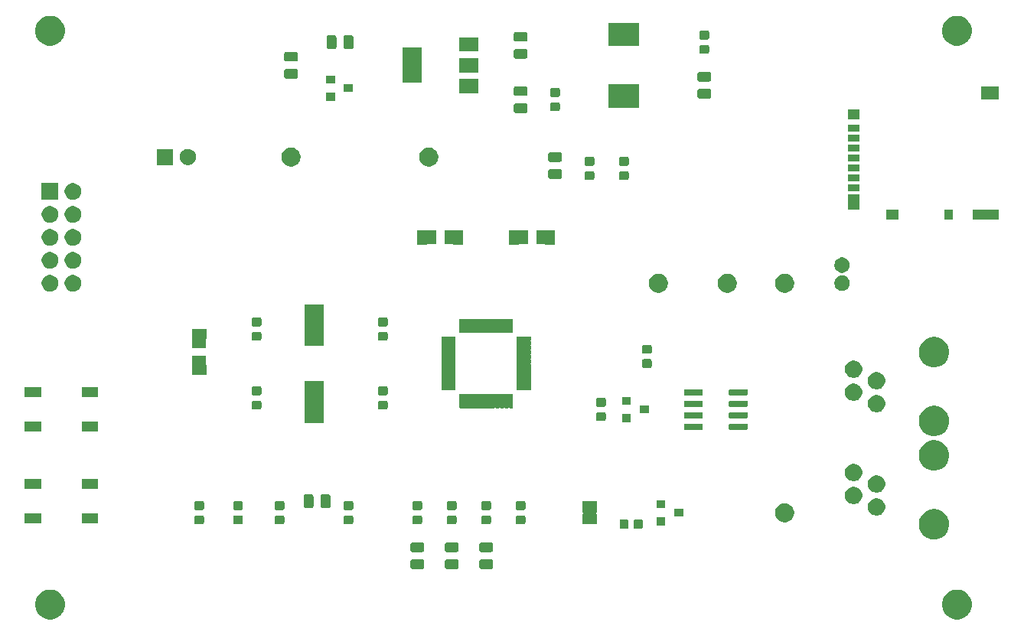
<source format=gbr>
G04 #@! TF.GenerationSoftware,KiCad,Pcbnew,5.1.5-52549c5~84~ubuntu18.04.1*
G04 #@! TF.CreationDate,2020-03-13T12:33:57+01:00*
G04 #@! TF.ProjectId,Telemetry,54656c65-6d65-4747-9279-2e6b69636164,rev?*
G04 #@! TF.SameCoordinates,Original*
G04 #@! TF.FileFunction,Soldermask,Top*
G04 #@! TF.FilePolarity,Negative*
%FSLAX46Y46*%
G04 Gerber Fmt 4.6, Leading zero omitted, Abs format (unit mm)*
G04 Created by KiCad (PCBNEW 5.1.5-52549c5~84~ubuntu18.04.1) date 2020-03-13 12:33:57*
%MOMM*%
%LPD*%
G04 APERTURE LIST*
%ADD10C,0.100000*%
G04 APERTURE END LIST*
D10*
G36*
X132455256Y-190161298D02*
G01*
X132561579Y-190182447D01*
X132862042Y-190306903D01*
X133132451Y-190487585D01*
X133362415Y-190717549D01*
X133543097Y-190987958D01*
X133667553Y-191288421D01*
X133731000Y-191607391D01*
X133731000Y-191932609D01*
X133667553Y-192251579D01*
X133543097Y-192552042D01*
X133362415Y-192822451D01*
X133132451Y-193052415D01*
X132862042Y-193233097D01*
X132561579Y-193357553D01*
X132455256Y-193378702D01*
X132242611Y-193421000D01*
X131917389Y-193421000D01*
X131704744Y-193378702D01*
X131598421Y-193357553D01*
X131297958Y-193233097D01*
X131027549Y-193052415D01*
X130797585Y-192822451D01*
X130616903Y-192552042D01*
X130492447Y-192251579D01*
X130429000Y-191932609D01*
X130429000Y-191607391D01*
X130492447Y-191288421D01*
X130616903Y-190987958D01*
X130797585Y-190717549D01*
X131027549Y-190487585D01*
X131297958Y-190306903D01*
X131598421Y-190182447D01*
X131704744Y-190161298D01*
X131917389Y-190119000D01*
X132242611Y-190119000D01*
X132455256Y-190161298D01*
G37*
G36*
X32125256Y-190161298D02*
G01*
X32231579Y-190182447D01*
X32532042Y-190306903D01*
X32802451Y-190487585D01*
X33032415Y-190717549D01*
X33213097Y-190987958D01*
X33337553Y-191288421D01*
X33401000Y-191607391D01*
X33401000Y-191932609D01*
X33337553Y-192251579D01*
X33213097Y-192552042D01*
X33032415Y-192822451D01*
X32802451Y-193052415D01*
X32532042Y-193233097D01*
X32231579Y-193357553D01*
X32125256Y-193378702D01*
X31912611Y-193421000D01*
X31587389Y-193421000D01*
X31374744Y-193378702D01*
X31268421Y-193357553D01*
X30967958Y-193233097D01*
X30697549Y-193052415D01*
X30467585Y-192822451D01*
X30286903Y-192552042D01*
X30162447Y-192251579D01*
X30099000Y-191932609D01*
X30099000Y-191607391D01*
X30162447Y-191288421D01*
X30286903Y-190987958D01*
X30467585Y-190717549D01*
X30697549Y-190487585D01*
X30967958Y-190306903D01*
X31268421Y-190182447D01*
X31374744Y-190161298D01*
X31587389Y-190119000D01*
X31912611Y-190119000D01*
X32125256Y-190161298D01*
G37*
G36*
X76784468Y-186761065D02*
G01*
X76823138Y-186772796D01*
X76858777Y-186791846D01*
X76890017Y-186817483D01*
X76915654Y-186848723D01*
X76934704Y-186884362D01*
X76946435Y-186923032D01*
X76951000Y-186969388D01*
X76951000Y-187620612D01*
X76946435Y-187666968D01*
X76934704Y-187705638D01*
X76915654Y-187741277D01*
X76890017Y-187772517D01*
X76858777Y-187798154D01*
X76823138Y-187817204D01*
X76784468Y-187828935D01*
X76738112Y-187833500D01*
X75661888Y-187833500D01*
X75615532Y-187828935D01*
X75576862Y-187817204D01*
X75541223Y-187798154D01*
X75509983Y-187772517D01*
X75484346Y-187741277D01*
X75465296Y-187705638D01*
X75453565Y-187666968D01*
X75449000Y-187620612D01*
X75449000Y-186969388D01*
X75453565Y-186923032D01*
X75465296Y-186884362D01*
X75484346Y-186848723D01*
X75509983Y-186817483D01*
X75541223Y-186791846D01*
X75576862Y-186772796D01*
X75615532Y-186761065D01*
X75661888Y-186756500D01*
X76738112Y-186756500D01*
X76784468Y-186761065D01*
G37*
G36*
X72974468Y-186761065D02*
G01*
X73013138Y-186772796D01*
X73048777Y-186791846D01*
X73080017Y-186817483D01*
X73105654Y-186848723D01*
X73124704Y-186884362D01*
X73136435Y-186923032D01*
X73141000Y-186969388D01*
X73141000Y-187620612D01*
X73136435Y-187666968D01*
X73124704Y-187705638D01*
X73105654Y-187741277D01*
X73080017Y-187772517D01*
X73048777Y-187798154D01*
X73013138Y-187817204D01*
X72974468Y-187828935D01*
X72928112Y-187833500D01*
X71851888Y-187833500D01*
X71805532Y-187828935D01*
X71766862Y-187817204D01*
X71731223Y-187798154D01*
X71699983Y-187772517D01*
X71674346Y-187741277D01*
X71655296Y-187705638D01*
X71643565Y-187666968D01*
X71639000Y-187620612D01*
X71639000Y-186969388D01*
X71643565Y-186923032D01*
X71655296Y-186884362D01*
X71674346Y-186848723D01*
X71699983Y-186817483D01*
X71731223Y-186791846D01*
X71766862Y-186772796D01*
X71805532Y-186761065D01*
X71851888Y-186756500D01*
X72928112Y-186756500D01*
X72974468Y-186761065D01*
G37*
G36*
X80594468Y-186761065D02*
G01*
X80633138Y-186772796D01*
X80668777Y-186791846D01*
X80700017Y-186817483D01*
X80725654Y-186848723D01*
X80744704Y-186884362D01*
X80756435Y-186923032D01*
X80761000Y-186969388D01*
X80761000Y-187620612D01*
X80756435Y-187666968D01*
X80744704Y-187705638D01*
X80725654Y-187741277D01*
X80700017Y-187772517D01*
X80668777Y-187798154D01*
X80633138Y-187817204D01*
X80594468Y-187828935D01*
X80548112Y-187833500D01*
X79471888Y-187833500D01*
X79425532Y-187828935D01*
X79386862Y-187817204D01*
X79351223Y-187798154D01*
X79319983Y-187772517D01*
X79294346Y-187741277D01*
X79275296Y-187705638D01*
X79263565Y-187666968D01*
X79259000Y-187620612D01*
X79259000Y-186969388D01*
X79263565Y-186923032D01*
X79275296Y-186884362D01*
X79294346Y-186848723D01*
X79319983Y-186817483D01*
X79351223Y-186791846D01*
X79386862Y-186772796D01*
X79425532Y-186761065D01*
X79471888Y-186756500D01*
X80548112Y-186756500D01*
X80594468Y-186761065D01*
G37*
G36*
X80594468Y-184886065D02*
G01*
X80633138Y-184897796D01*
X80668777Y-184916846D01*
X80700017Y-184942483D01*
X80725654Y-184973723D01*
X80744704Y-185009362D01*
X80756435Y-185048032D01*
X80761000Y-185094388D01*
X80761000Y-185745612D01*
X80756435Y-185791968D01*
X80744704Y-185830638D01*
X80725654Y-185866277D01*
X80700017Y-185897517D01*
X80668777Y-185923154D01*
X80633138Y-185942204D01*
X80594468Y-185953935D01*
X80548112Y-185958500D01*
X79471888Y-185958500D01*
X79425532Y-185953935D01*
X79386862Y-185942204D01*
X79351223Y-185923154D01*
X79319983Y-185897517D01*
X79294346Y-185866277D01*
X79275296Y-185830638D01*
X79263565Y-185791968D01*
X79259000Y-185745612D01*
X79259000Y-185094388D01*
X79263565Y-185048032D01*
X79275296Y-185009362D01*
X79294346Y-184973723D01*
X79319983Y-184942483D01*
X79351223Y-184916846D01*
X79386862Y-184897796D01*
X79425532Y-184886065D01*
X79471888Y-184881500D01*
X80548112Y-184881500D01*
X80594468Y-184886065D01*
G37*
G36*
X72974468Y-184886065D02*
G01*
X73013138Y-184897796D01*
X73048777Y-184916846D01*
X73080017Y-184942483D01*
X73105654Y-184973723D01*
X73124704Y-185009362D01*
X73136435Y-185048032D01*
X73141000Y-185094388D01*
X73141000Y-185745612D01*
X73136435Y-185791968D01*
X73124704Y-185830638D01*
X73105654Y-185866277D01*
X73080017Y-185897517D01*
X73048777Y-185923154D01*
X73013138Y-185942204D01*
X72974468Y-185953935D01*
X72928112Y-185958500D01*
X71851888Y-185958500D01*
X71805532Y-185953935D01*
X71766862Y-185942204D01*
X71731223Y-185923154D01*
X71699983Y-185897517D01*
X71674346Y-185866277D01*
X71655296Y-185830638D01*
X71643565Y-185791968D01*
X71639000Y-185745612D01*
X71639000Y-185094388D01*
X71643565Y-185048032D01*
X71655296Y-185009362D01*
X71674346Y-184973723D01*
X71699983Y-184942483D01*
X71731223Y-184916846D01*
X71766862Y-184897796D01*
X71805532Y-184886065D01*
X71851888Y-184881500D01*
X72928112Y-184881500D01*
X72974468Y-184886065D01*
G37*
G36*
X76784468Y-184886065D02*
G01*
X76823138Y-184897796D01*
X76858777Y-184916846D01*
X76890017Y-184942483D01*
X76915654Y-184973723D01*
X76934704Y-185009362D01*
X76946435Y-185048032D01*
X76951000Y-185094388D01*
X76951000Y-185745612D01*
X76946435Y-185791968D01*
X76934704Y-185830638D01*
X76915654Y-185866277D01*
X76890017Y-185897517D01*
X76858777Y-185923154D01*
X76823138Y-185942204D01*
X76784468Y-185953935D01*
X76738112Y-185958500D01*
X75661888Y-185958500D01*
X75615532Y-185953935D01*
X75576862Y-185942204D01*
X75541223Y-185923154D01*
X75509983Y-185897517D01*
X75484346Y-185866277D01*
X75465296Y-185830638D01*
X75453565Y-185791968D01*
X75449000Y-185745612D01*
X75449000Y-185094388D01*
X75453565Y-185048032D01*
X75465296Y-185009362D01*
X75484346Y-184973723D01*
X75509983Y-184942483D01*
X75541223Y-184916846D01*
X75576862Y-184897796D01*
X75615532Y-184886065D01*
X75661888Y-184881500D01*
X76738112Y-184881500D01*
X76784468Y-184886065D01*
G37*
G36*
X129835229Y-181229890D02*
G01*
X130028871Y-181268408D01*
X130333883Y-181394748D01*
X130608387Y-181578166D01*
X130841834Y-181811613D01*
X131025252Y-182086117D01*
X131151592Y-182391129D01*
X131173329Y-182500409D01*
X131210923Y-182689401D01*
X131216000Y-182714928D01*
X131216000Y-183045072D01*
X131151592Y-183368871D01*
X131025252Y-183673883D01*
X130841834Y-183948387D01*
X130608387Y-184181834D01*
X130333883Y-184365252D01*
X130028871Y-184491592D01*
X129866971Y-184523796D01*
X129705073Y-184556000D01*
X129374927Y-184556000D01*
X129213029Y-184523796D01*
X129051129Y-184491592D01*
X128746117Y-184365252D01*
X128471613Y-184181834D01*
X128238166Y-183948387D01*
X128054748Y-183673883D01*
X127928408Y-183368871D01*
X127864000Y-183045072D01*
X127864000Y-182714928D01*
X127869078Y-182689401D01*
X127906671Y-182500409D01*
X127928408Y-182391129D01*
X128054748Y-182086117D01*
X128238166Y-181811613D01*
X128471613Y-181578166D01*
X128746117Y-181394748D01*
X129051129Y-181268408D01*
X129244771Y-181229890D01*
X129374927Y-181204000D01*
X129705073Y-181204000D01*
X129835229Y-181229890D01*
G37*
G36*
X95592091Y-182358085D02*
G01*
X95626069Y-182368393D01*
X95657390Y-182385134D01*
X95684839Y-182407661D01*
X95707366Y-182435110D01*
X95724107Y-182466431D01*
X95734415Y-182500409D01*
X95738500Y-182541890D01*
X95738500Y-183218110D01*
X95734415Y-183259591D01*
X95724107Y-183293569D01*
X95707366Y-183324890D01*
X95684839Y-183352339D01*
X95657390Y-183374866D01*
X95626069Y-183391607D01*
X95592091Y-183401915D01*
X95550610Y-183406000D01*
X94949390Y-183406000D01*
X94907909Y-183401915D01*
X94873931Y-183391607D01*
X94842610Y-183374866D01*
X94815161Y-183352339D01*
X94792634Y-183324890D01*
X94775893Y-183293569D01*
X94765585Y-183259591D01*
X94761500Y-183218110D01*
X94761500Y-182541890D01*
X94765585Y-182500409D01*
X94775893Y-182466431D01*
X94792634Y-182435110D01*
X94815161Y-182407661D01*
X94842610Y-182385134D01*
X94873931Y-182368393D01*
X94907909Y-182358085D01*
X94949390Y-182354000D01*
X95550610Y-182354000D01*
X95592091Y-182358085D01*
G37*
G36*
X97167091Y-182358085D02*
G01*
X97201069Y-182368393D01*
X97232390Y-182385134D01*
X97259839Y-182407661D01*
X97282366Y-182435110D01*
X97299107Y-182466431D01*
X97309415Y-182500409D01*
X97313500Y-182541890D01*
X97313500Y-183218110D01*
X97309415Y-183259591D01*
X97299107Y-183293569D01*
X97282366Y-183324890D01*
X97259839Y-183352339D01*
X97232390Y-183374866D01*
X97201069Y-183391607D01*
X97167091Y-183401915D01*
X97125610Y-183406000D01*
X96524390Y-183406000D01*
X96482909Y-183401915D01*
X96448931Y-183391607D01*
X96417610Y-183374866D01*
X96390161Y-183352339D01*
X96367634Y-183324890D01*
X96350893Y-183293569D01*
X96340585Y-183259591D01*
X96336500Y-183218110D01*
X96336500Y-182541890D01*
X96340585Y-182500409D01*
X96350893Y-182466431D01*
X96367634Y-182435110D01*
X96390161Y-182407661D01*
X96417610Y-182385134D01*
X96448931Y-182368393D01*
X96482909Y-182358085D01*
X96524390Y-182354000D01*
X97125610Y-182354000D01*
X97167091Y-182358085D01*
G37*
G36*
X99831000Y-183011000D02*
G01*
X98829000Y-183011000D01*
X98829000Y-182109000D01*
X99831000Y-182109000D01*
X99831000Y-183011000D01*
G37*
G36*
X92199999Y-180334737D02*
G01*
X92209608Y-180337652D01*
X92218472Y-180342390D01*
X92226237Y-180348763D01*
X92232610Y-180356528D01*
X92237348Y-180365392D01*
X92240263Y-180375001D01*
X92241852Y-180391140D01*
X92241852Y-181528860D01*
X92240263Y-181544999D01*
X92237348Y-181554608D01*
X92232610Y-181563472D01*
X92226237Y-181571237D01*
X92213263Y-181581884D01*
X92204032Y-181588053D01*
X92186706Y-181605381D01*
X92173093Y-181625756D01*
X92163717Y-181648395D01*
X92158937Y-181672428D01*
X92158938Y-181696932D01*
X92163720Y-181720965D01*
X92173098Y-181743604D01*
X92186713Y-181763978D01*
X92204041Y-181781304D01*
X92213317Y-181788175D01*
X92218427Y-181792360D01*
X92226199Y-181798725D01*
X92232581Y-181806484D01*
X92237326Y-181815339D01*
X92237326Y-181815340D01*
X92240242Y-181824915D01*
X92240242Y-181824918D01*
X92240252Y-181824950D01*
X92241247Y-181835000D01*
X92241247Y-181835065D01*
X92241852Y-181841175D01*
X92241852Y-182828860D01*
X92240263Y-182844999D01*
X92237348Y-182854608D01*
X92232610Y-182863472D01*
X92226237Y-182871237D01*
X92218472Y-182877610D01*
X92209608Y-182882348D01*
X92199999Y-182885263D01*
X92183860Y-182886852D01*
X90696140Y-182886852D01*
X90680001Y-182885263D01*
X90670392Y-182882348D01*
X90661528Y-182877610D01*
X90653763Y-182871237D01*
X90647390Y-182863472D01*
X90642652Y-182854608D01*
X90639737Y-182844999D01*
X90638148Y-182828860D01*
X90638148Y-181841140D01*
X90639737Y-181825001D01*
X90642652Y-181815392D01*
X90647390Y-181806528D01*
X90653742Y-181798788D01*
X90653743Y-181798787D01*
X90653763Y-181798763D01*
X90661573Y-181792360D01*
X90661628Y-181792323D01*
X90671147Y-181784520D01*
X90671122Y-181784489D01*
X90684972Y-181773147D01*
X90700537Y-181754221D01*
X90712111Y-181732623D01*
X90719249Y-181709181D01*
X90721676Y-181684798D01*
X90719300Y-181660409D01*
X90712211Y-181636953D01*
X90700682Y-181615330D01*
X90685157Y-181596372D01*
X90666231Y-181580807D01*
X90663175Y-181578971D01*
X90661486Y-181577582D01*
X90661484Y-181577581D01*
X90653725Y-181571199D01*
X90651603Y-181568608D01*
X90647358Y-181563425D01*
X90644209Y-181557517D01*
X90642633Y-181554562D01*
X90639727Y-181544945D01*
X90639718Y-181544915D01*
X90638148Y-181528887D01*
X90638148Y-180391140D01*
X90639737Y-180375001D01*
X90642652Y-180365392D01*
X90647390Y-180356528D01*
X90653763Y-180348763D01*
X90661528Y-180342390D01*
X90670392Y-180337652D01*
X90680001Y-180334737D01*
X90696140Y-180333148D01*
X92183860Y-180333148D01*
X92199999Y-180334737D01*
G37*
G36*
X80389591Y-181913085D02*
G01*
X80423569Y-181923393D01*
X80454890Y-181940134D01*
X80482339Y-181962661D01*
X80504866Y-181990110D01*
X80521607Y-182021431D01*
X80531915Y-182055409D01*
X80536000Y-182096890D01*
X80536000Y-182698110D01*
X80531915Y-182739591D01*
X80521607Y-182773569D01*
X80504866Y-182804890D01*
X80482339Y-182832339D01*
X80454890Y-182854866D01*
X80423569Y-182871607D01*
X80389591Y-182881915D01*
X80348110Y-182886000D01*
X79671890Y-182886000D01*
X79630409Y-182881915D01*
X79596431Y-182871607D01*
X79565110Y-182854866D01*
X79537661Y-182832339D01*
X79515134Y-182804890D01*
X79498393Y-182773569D01*
X79488085Y-182739591D01*
X79484000Y-182698110D01*
X79484000Y-182096890D01*
X79488085Y-182055409D01*
X79498393Y-182021431D01*
X79515134Y-181990110D01*
X79537661Y-181962661D01*
X79565110Y-181940134D01*
X79596431Y-181923393D01*
X79630409Y-181913085D01*
X79671890Y-181909000D01*
X80348110Y-181909000D01*
X80389591Y-181913085D01*
G37*
G36*
X52932091Y-181913085D02*
G01*
X52966069Y-181923393D01*
X52997390Y-181940134D01*
X53024839Y-181962661D01*
X53047366Y-181990110D01*
X53064107Y-182021431D01*
X53074415Y-182055409D01*
X53078500Y-182096890D01*
X53078500Y-182698110D01*
X53074415Y-182739591D01*
X53064107Y-182773569D01*
X53047366Y-182804890D01*
X53024839Y-182832339D01*
X52997390Y-182854866D01*
X52966069Y-182871607D01*
X52932091Y-182881915D01*
X52890610Y-182886000D01*
X52214390Y-182886000D01*
X52172909Y-182881915D01*
X52138931Y-182871607D01*
X52107610Y-182854866D01*
X52080161Y-182832339D01*
X52057634Y-182804890D01*
X52040893Y-182773569D01*
X52030585Y-182739591D01*
X52026500Y-182698110D01*
X52026500Y-182096890D01*
X52030585Y-182055409D01*
X52040893Y-182021431D01*
X52057634Y-181990110D01*
X52080161Y-181962661D01*
X52107610Y-181940134D01*
X52138931Y-181923393D01*
X52172909Y-181913085D01*
X52214390Y-181909000D01*
X52890610Y-181909000D01*
X52932091Y-181913085D01*
G37*
G36*
X57529591Y-181913085D02*
G01*
X57563569Y-181923393D01*
X57594890Y-181940134D01*
X57622339Y-181962661D01*
X57644866Y-181990110D01*
X57661607Y-182021431D01*
X57671915Y-182055409D01*
X57676000Y-182096890D01*
X57676000Y-182698110D01*
X57671915Y-182739591D01*
X57661607Y-182773569D01*
X57644866Y-182804890D01*
X57622339Y-182832339D01*
X57594890Y-182854866D01*
X57563569Y-182871607D01*
X57529591Y-182881915D01*
X57488110Y-182886000D01*
X56811890Y-182886000D01*
X56770409Y-182881915D01*
X56736431Y-182871607D01*
X56705110Y-182854866D01*
X56677661Y-182832339D01*
X56655134Y-182804890D01*
X56638393Y-182773569D01*
X56628085Y-182739591D01*
X56624000Y-182698110D01*
X56624000Y-182096890D01*
X56628085Y-182055409D01*
X56638393Y-182021431D01*
X56655134Y-181990110D01*
X56677661Y-181962661D01*
X56705110Y-181940134D01*
X56736431Y-181923393D01*
X56770409Y-181913085D01*
X56811890Y-181909000D01*
X57488110Y-181909000D01*
X57529591Y-181913085D01*
G37*
G36*
X65149591Y-181913085D02*
G01*
X65183569Y-181923393D01*
X65214890Y-181940134D01*
X65242339Y-181962661D01*
X65264866Y-181990110D01*
X65281607Y-182021431D01*
X65291915Y-182055409D01*
X65296000Y-182096890D01*
X65296000Y-182698110D01*
X65291915Y-182739591D01*
X65281607Y-182773569D01*
X65264866Y-182804890D01*
X65242339Y-182832339D01*
X65214890Y-182854866D01*
X65183569Y-182871607D01*
X65149591Y-182881915D01*
X65108110Y-182886000D01*
X64431890Y-182886000D01*
X64390409Y-182881915D01*
X64356431Y-182871607D01*
X64325110Y-182854866D01*
X64297661Y-182832339D01*
X64275134Y-182804890D01*
X64258393Y-182773569D01*
X64248085Y-182739591D01*
X64244000Y-182698110D01*
X64244000Y-182096890D01*
X64248085Y-182055409D01*
X64258393Y-182021431D01*
X64275134Y-181990110D01*
X64297661Y-181962661D01*
X64325110Y-181940134D01*
X64356431Y-181923393D01*
X64390409Y-181913085D01*
X64431890Y-181909000D01*
X65108110Y-181909000D01*
X65149591Y-181913085D01*
G37*
G36*
X84199591Y-181913085D02*
G01*
X84233569Y-181923393D01*
X84264890Y-181940134D01*
X84292339Y-181962661D01*
X84314866Y-181990110D01*
X84331607Y-182021431D01*
X84341915Y-182055409D01*
X84346000Y-182096890D01*
X84346000Y-182698110D01*
X84341915Y-182739591D01*
X84331607Y-182773569D01*
X84314866Y-182804890D01*
X84292339Y-182832339D01*
X84264890Y-182854866D01*
X84233569Y-182871607D01*
X84199591Y-182881915D01*
X84158110Y-182886000D01*
X83481890Y-182886000D01*
X83440409Y-182881915D01*
X83406431Y-182871607D01*
X83375110Y-182854866D01*
X83347661Y-182832339D01*
X83325134Y-182804890D01*
X83308393Y-182773569D01*
X83298085Y-182739591D01*
X83294000Y-182698110D01*
X83294000Y-182096890D01*
X83298085Y-182055409D01*
X83308393Y-182021431D01*
X83325134Y-181990110D01*
X83347661Y-181962661D01*
X83375110Y-181940134D01*
X83406431Y-181923393D01*
X83440409Y-181913085D01*
X83481890Y-181909000D01*
X84158110Y-181909000D01*
X84199591Y-181913085D01*
G37*
G36*
X48639591Y-181913085D02*
G01*
X48673569Y-181923393D01*
X48704890Y-181940134D01*
X48732339Y-181962661D01*
X48754866Y-181990110D01*
X48771607Y-182021431D01*
X48781915Y-182055409D01*
X48786000Y-182096890D01*
X48786000Y-182698110D01*
X48781915Y-182739591D01*
X48771607Y-182773569D01*
X48754866Y-182804890D01*
X48732339Y-182832339D01*
X48704890Y-182854866D01*
X48673569Y-182871607D01*
X48639591Y-182881915D01*
X48598110Y-182886000D01*
X47921890Y-182886000D01*
X47880409Y-182881915D01*
X47846431Y-182871607D01*
X47815110Y-182854866D01*
X47787661Y-182832339D01*
X47765134Y-182804890D01*
X47748393Y-182773569D01*
X47738085Y-182739591D01*
X47734000Y-182698110D01*
X47734000Y-182096890D01*
X47738085Y-182055409D01*
X47748393Y-182021431D01*
X47765134Y-181990110D01*
X47787661Y-181962661D01*
X47815110Y-181940134D01*
X47846431Y-181923393D01*
X47880409Y-181913085D01*
X47921890Y-181909000D01*
X48598110Y-181909000D01*
X48639591Y-181913085D01*
G37*
G36*
X76579591Y-181913085D02*
G01*
X76613569Y-181923393D01*
X76644890Y-181940134D01*
X76672339Y-181962661D01*
X76694866Y-181990110D01*
X76711607Y-182021431D01*
X76721915Y-182055409D01*
X76726000Y-182096890D01*
X76726000Y-182698110D01*
X76721915Y-182739591D01*
X76711607Y-182773569D01*
X76694866Y-182804890D01*
X76672339Y-182832339D01*
X76644890Y-182854866D01*
X76613569Y-182871607D01*
X76579591Y-182881915D01*
X76538110Y-182886000D01*
X75861890Y-182886000D01*
X75820409Y-182881915D01*
X75786431Y-182871607D01*
X75755110Y-182854866D01*
X75727661Y-182832339D01*
X75705134Y-182804890D01*
X75688393Y-182773569D01*
X75678085Y-182739591D01*
X75674000Y-182698110D01*
X75674000Y-182096890D01*
X75678085Y-182055409D01*
X75688393Y-182021431D01*
X75705134Y-181990110D01*
X75727661Y-181962661D01*
X75755110Y-181940134D01*
X75786431Y-181923393D01*
X75820409Y-181913085D01*
X75861890Y-181909000D01*
X76538110Y-181909000D01*
X76579591Y-181913085D01*
G37*
G36*
X72769591Y-181913085D02*
G01*
X72803569Y-181923393D01*
X72834890Y-181940134D01*
X72862339Y-181962661D01*
X72884866Y-181990110D01*
X72901607Y-182021431D01*
X72911915Y-182055409D01*
X72916000Y-182096890D01*
X72916000Y-182698110D01*
X72911915Y-182739591D01*
X72901607Y-182773569D01*
X72884866Y-182804890D01*
X72862339Y-182832339D01*
X72834890Y-182854866D01*
X72803569Y-182871607D01*
X72769591Y-182881915D01*
X72728110Y-182886000D01*
X72051890Y-182886000D01*
X72010409Y-182881915D01*
X71976431Y-182871607D01*
X71945110Y-182854866D01*
X71917661Y-182832339D01*
X71895134Y-182804890D01*
X71878393Y-182773569D01*
X71868085Y-182739591D01*
X71864000Y-182698110D01*
X71864000Y-182096890D01*
X71868085Y-182055409D01*
X71878393Y-182021431D01*
X71895134Y-181990110D01*
X71917661Y-181962661D01*
X71945110Y-181940134D01*
X71976431Y-181923393D01*
X72010409Y-181913085D01*
X72051890Y-181909000D01*
X72728110Y-181909000D01*
X72769591Y-181913085D01*
G37*
G36*
X30771000Y-182791000D02*
G01*
X28969000Y-182791000D01*
X28969000Y-181689000D01*
X30771000Y-181689000D01*
X30771000Y-182791000D01*
G37*
G36*
X37071000Y-182791000D02*
G01*
X35269000Y-182791000D01*
X35269000Y-181689000D01*
X37071000Y-181689000D01*
X37071000Y-182791000D01*
G37*
G36*
X113336564Y-180599389D02*
G01*
X113461164Y-180651000D01*
X113527835Y-180678616D01*
X113699973Y-180793635D01*
X113846365Y-180940027D01*
X113960606Y-181111000D01*
X113961385Y-181112167D01*
X114040611Y-181303436D01*
X114081000Y-181506484D01*
X114081000Y-181713516D01*
X114040611Y-181916564D01*
X113965918Y-182096890D01*
X113961384Y-182107835D01*
X113846365Y-182279973D01*
X113699973Y-182426365D01*
X113527835Y-182541384D01*
X113527834Y-182541385D01*
X113527833Y-182541385D01*
X113336564Y-182620611D01*
X113133516Y-182661000D01*
X112926484Y-182661000D01*
X112723436Y-182620611D01*
X112532167Y-182541385D01*
X112532166Y-182541385D01*
X112532165Y-182541384D01*
X112360027Y-182426365D01*
X112213635Y-182279973D01*
X112098616Y-182107835D01*
X112094082Y-182096890D01*
X112019389Y-181916564D01*
X111979000Y-181713516D01*
X111979000Y-181506484D01*
X112019389Y-181303436D01*
X112098615Y-181112167D01*
X112099395Y-181111000D01*
X112213635Y-180940027D01*
X112360027Y-180793635D01*
X112532165Y-180678616D01*
X112598836Y-180651000D01*
X112723436Y-180599389D01*
X112926484Y-180559000D01*
X113133516Y-180559000D01*
X113336564Y-180599389D01*
G37*
G36*
X101831000Y-182061000D02*
G01*
X100829000Y-182061000D01*
X100829000Y-181159000D01*
X101831000Y-181159000D01*
X101831000Y-182061000D01*
G37*
G36*
X123467395Y-180055546D02*
G01*
X123640466Y-180127234D01*
X123717818Y-180178919D01*
X123796227Y-180231310D01*
X123928690Y-180363773D01*
X123936192Y-180375001D01*
X124032766Y-180519534D01*
X124104454Y-180692605D01*
X124141000Y-180876333D01*
X124141000Y-181063667D01*
X124104454Y-181247395D01*
X124032766Y-181420466D01*
X124032765Y-181420467D01*
X123928690Y-181576227D01*
X123796227Y-181708690D01*
X123743974Y-181743604D01*
X123640466Y-181812766D01*
X123467395Y-181884454D01*
X123283667Y-181921000D01*
X123096333Y-181921000D01*
X122912605Y-181884454D01*
X122739534Y-181812766D01*
X122636026Y-181743604D01*
X122583773Y-181708690D01*
X122451310Y-181576227D01*
X122347235Y-181420467D01*
X122347234Y-181420466D01*
X122275546Y-181247395D01*
X122239000Y-181063667D01*
X122239000Y-180876333D01*
X122275546Y-180692605D01*
X122347234Y-180519534D01*
X122443808Y-180375001D01*
X122451310Y-180363773D01*
X122583773Y-180231310D01*
X122662182Y-180178919D01*
X122739534Y-180127234D01*
X122912605Y-180055546D01*
X123096333Y-180019000D01*
X123283667Y-180019000D01*
X123467395Y-180055546D01*
G37*
G36*
X57529591Y-180338085D02*
G01*
X57563569Y-180348393D01*
X57594890Y-180365134D01*
X57622339Y-180387661D01*
X57644866Y-180415110D01*
X57661607Y-180446431D01*
X57671915Y-180480409D01*
X57676000Y-180521890D01*
X57676000Y-181123110D01*
X57671915Y-181164591D01*
X57661607Y-181198569D01*
X57644866Y-181229890D01*
X57622339Y-181257339D01*
X57594890Y-181279866D01*
X57563569Y-181296607D01*
X57529591Y-181306915D01*
X57488110Y-181311000D01*
X56811890Y-181311000D01*
X56770409Y-181306915D01*
X56736431Y-181296607D01*
X56705110Y-181279866D01*
X56677661Y-181257339D01*
X56655134Y-181229890D01*
X56638393Y-181198569D01*
X56628085Y-181164591D01*
X56624000Y-181123110D01*
X56624000Y-180521890D01*
X56628085Y-180480409D01*
X56638393Y-180446431D01*
X56655134Y-180415110D01*
X56677661Y-180387661D01*
X56705110Y-180365134D01*
X56736431Y-180348393D01*
X56770409Y-180338085D01*
X56811890Y-180334000D01*
X57488110Y-180334000D01*
X57529591Y-180338085D01*
G37*
G36*
X80389591Y-180338085D02*
G01*
X80423569Y-180348393D01*
X80454890Y-180365134D01*
X80482339Y-180387661D01*
X80504866Y-180415110D01*
X80521607Y-180446431D01*
X80531915Y-180480409D01*
X80536000Y-180521890D01*
X80536000Y-181123110D01*
X80531915Y-181164591D01*
X80521607Y-181198569D01*
X80504866Y-181229890D01*
X80482339Y-181257339D01*
X80454890Y-181279866D01*
X80423569Y-181296607D01*
X80389591Y-181306915D01*
X80348110Y-181311000D01*
X79671890Y-181311000D01*
X79630409Y-181306915D01*
X79596431Y-181296607D01*
X79565110Y-181279866D01*
X79537661Y-181257339D01*
X79515134Y-181229890D01*
X79498393Y-181198569D01*
X79488085Y-181164591D01*
X79484000Y-181123110D01*
X79484000Y-180521890D01*
X79488085Y-180480409D01*
X79498393Y-180446431D01*
X79515134Y-180415110D01*
X79537661Y-180387661D01*
X79565110Y-180365134D01*
X79596431Y-180348393D01*
X79630409Y-180338085D01*
X79671890Y-180334000D01*
X80348110Y-180334000D01*
X80389591Y-180338085D01*
G37*
G36*
X76579591Y-180338085D02*
G01*
X76613569Y-180348393D01*
X76644890Y-180365134D01*
X76672339Y-180387661D01*
X76694866Y-180415110D01*
X76711607Y-180446431D01*
X76721915Y-180480409D01*
X76726000Y-180521890D01*
X76726000Y-181123110D01*
X76721915Y-181164591D01*
X76711607Y-181198569D01*
X76694866Y-181229890D01*
X76672339Y-181257339D01*
X76644890Y-181279866D01*
X76613569Y-181296607D01*
X76579591Y-181306915D01*
X76538110Y-181311000D01*
X75861890Y-181311000D01*
X75820409Y-181306915D01*
X75786431Y-181296607D01*
X75755110Y-181279866D01*
X75727661Y-181257339D01*
X75705134Y-181229890D01*
X75688393Y-181198569D01*
X75678085Y-181164591D01*
X75674000Y-181123110D01*
X75674000Y-180521890D01*
X75678085Y-180480409D01*
X75688393Y-180446431D01*
X75705134Y-180415110D01*
X75727661Y-180387661D01*
X75755110Y-180365134D01*
X75786431Y-180348393D01*
X75820409Y-180338085D01*
X75861890Y-180334000D01*
X76538110Y-180334000D01*
X76579591Y-180338085D01*
G37*
G36*
X72769591Y-180338085D02*
G01*
X72803569Y-180348393D01*
X72834890Y-180365134D01*
X72862339Y-180387661D01*
X72884866Y-180415110D01*
X72901607Y-180446431D01*
X72911915Y-180480409D01*
X72916000Y-180521890D01*
X72916000Y-181123110D01*
X72911915Y-181164591D01*
X72901607Y-181198569D01*
X72884866Y-181229890D01*
X72862339Y-181257339D01*
X72834890Y-181279866D01*
X72803569Y-181296607D01*
X72769591Y-181306915D01*
X72728110Y-181311000D01*
X72051890Y-181311000D01*
X72010409Y-181306915D01*
X71976431Y-181296607D01*
X71945110Y-181279866D01*
X71917661Y-181257339D01*
X71895134Y-181229890D01*
X71878393Y-181198569D01*
X71868085Y-181164591D01*
X71864000Y-181123110D01*
X71864000Y-180521890D01*
X71868085Y-180480409D01*
X71878393Y-180446431D01*
X71895134Y-180415110D01*
X71917661Y-180387661D01*
X71945110Y-180365134D01*
X71976431Y-180348393D01*
X72010409Y-180338085D01*
X72051890Y-180334000D01*
X72728110Y-180334000D01*
X72769591Y-180338085D01*
G37*
G36*
X65149591Y-180338085D02*
G01*
X65183569Y-180348393D01*
X65214890Y-180365134D01*
X65242339Y-180387661D01*
X65264866Y-180415110D01*
X65281607Y-180446431D01*
X65291915Y-180480409D01*
X65296000Y-180521890D01*
X65296000Y-181123110D01*
X65291915Y-181164591D01*
X65281607Y-181198569D01*
X65264866Y-181229890D01*
X65242339Y-181257339D01*
X65214890Y-181279866D01*
X65183569Y-181296607D01*
X65149591Y-181306915D01*
X65108110Y-181311000D01*
X64431890Y-181311000D01*
X64390409Y-181306915D01*
X64356431Y-181296607D01*
X64325110Y-181279866D01*
X64297661Y-181257339D01*
X64275134Y-181229890D01*
X64258393Y-181198569D01*
X64248085Y-181164591D01*
X64244000Y-181123110D01*
X64244000Y-180521890D01*
X64248085Y-180480409D01*
X64258393Y-180446431D01*
X64275134Y-180415110D01*
X64297661Y-180387661D01*
X64325110Y-180365134D01*
X64356431Y-180348393D01*
X64390409Y-180338085D01*
X64431890Y-180334000D01*
X65108110Y-180334000D01*
X65149591Y-180338085D01*
G37*
G36*
X52932091Y-180338085D02*
G01*
X52966069Y-180348393D01*
X52997390Y-180365134D01*
X53024839Y-180387661D01*
X53047366Y-180415110D01*
X53064107Y-180446431D01*
X53074415Y-180480409D01*
X53078500Y-180521890D01*
X53078500Y-181123110D01*
X53074415Y-181164591D01*
X53064107Y-181198569D01*
X53047366Y-181229890D01*
X53024839Y-181257339D01*
X52997390Y-181279866D01*
X52966069Y-181296607D01*
X52932091Y-181306915D01*
X52890610Y-181311000D01*
X52214390Y-181311000D01*
X52172909Y-181306915D01*
X52138931Y-181296607D01*
X52107610Y-181279866D01*
X52080161Y-181257339D01*
X52057634Y-181229890D01*
X52040893Y-181198569D01*
X52030585Y-181164591D01*
X52026500Y-181123110D01*
X52026500Y-180521890D01*
X52030585Y-180480409D01*
X52040893Y-180446431D01*
X52057634Y-180415110D01*
X52080161Y-180387661D01*
X52107610Y-180365134D01*
X52138931Y-180348393D01*
X52172909Y-180338085D01*
X52214390Y-180334000D01*
X52890610Y-180334000D01*
X52932091Y-180338085D01*
G37*
G36*
X48639591Y-180338085D02*
G01*
X48673569Y-180348393D01*
X48704890Y-180365134D01*
X48732339Y-180387661D01*
X48754866Y-180415110D01*
X48771607Y-180446431D01*
X48781915Y-180480409D01*
X48786000Y-180521890D01*
X48786000Y-181123110D01*
X48781915Y-181164591D01*
X48771607Y-181198569D01*
X48754866Y-181229890D01*
X48732339Y-181257339D01*
X48704890Y-181279866D01*
X48673569Y-181296607D01*
X48639591Y-181306915D01*
X48598110Y-181311000D01*
X47921890Y-181311000D01*
X47880409Y-181306915D01*
X47846431Y-181296607D01*
X47815110Y-181279866D01*
X47787661Y-181257339D01*
X47765134Y-181229890D01*
X47748393Y-181198569D01*
X47738085Y-181164591D01*
X47734000Y-181123110D01*
X47734000Y-180521890D01*
X47738085Y-180480409D01*
X47748393Y-180446431D01*
X47765134Y-180415110D01*
X47787661Y-180387661D01*
X47815110Y-180365134D01*
X47846431Y-180348393D01*
X47880409Y-180338085D01*
X47921890Y-180334000D01*
X48598110Y-180334000D01*
X48639591Y-180338085D01*
G37*
G36*
X84199591Y-180338085D02*
G01*
X84233569Y-180348393D01*
X84264890Y-180365134D01*
X84292339Y-180387661D01*
X84314866Y-180415110D01*
X84331607Y-180446431D01*
X84341915Y-180480409D01*
X84346000Y-180521890D01*
X84346000Y-181123110D01*
X84341915Y-181164591D01*
X84331607Y-181198569D01*
X84314866Y-181229890D01*
X84292339Y-181257339D01*
X84264890Y-181279866D01*
X84233569Y-181296607D01*
X84199591Y-181306915D01*
X84158110Y-181311000D01*
X83481890Y-181311000D01*
X83440409Y-181306915D01*
X83406431Y-181296607D01*
X83375110Y-181279866D01*
X83347661Y-181257339D01*
X83325134Y-181229890D01*
X83308393Y-181198569D01*
X83298085Y-181164591D01*
X83294000Y-181123110D01*
X83294000Y-180521890D01*
X83298085Y-180480409D01*
X83308393Y-180446431D01*
X83325134Y-180415110D01*
X83347661Y-180387661D01*
X83375110Y-180365134D01*
X83406431Y-180348393D01*
X83440409Y-180338085D01*
X83481890Y-180334000D01*
X84158110Y-180334000D01*
X84199591Y-180338085D01*
G37*
G36*
X99831000Y-181111000D02*
G01*
X98829000Y-181111000D01*
X98829000Y-180209000D01*
X99831000Y-180209000D01*
X99831000Y-181111000D01*
G37*
G36*
X60726968Y-179593565D02*
G01*
X60765638Y-179605296D01*
X60801277Y-179624346D01*
X60832517Y-179649983D01*
X60858154Y-179681223D01*
X60877204Y-179716862D01*
X60888935Y-179755532D01*
X60893500Y-179801888D01*
X60893500Y-180878112D01*
X60888935Y-180924468D01*
X60877204Y-180963138D01*
X60858154Y-180998777D01*
X60832517Y-181030017D01*
X60801277Y-181055654D01*
X60765638Y-181074704D01*
X60726968Y-181086435D01*
X60680612Y-181091000D01*
X60029388Y-181091000D01*
X59983032Y-181086435D01*
X59944362Y-181074704D01*
X59908723Y-181055654D01*
X59877483Y-181030017D01*
X59851846Y-180998777D01*
X59832796Y-180963138D01*
X59821065Y-180924468D01*
X59816500Y-180878112D01*
X59816500Y-179801888D01*
X59821065Y-179755532D01*
X59832796Y-179716862D01*
X59851846Y-179681223D01*
X59877483Y-179649983D01*
X59908723Y-179624346D01*
X59944362Y-179605296D01*
X59983032Y-179593565D01*
X60029388Y-179589000D01*
X60680612Y-179589000D01*
X60726968Y-179593565D01*
G37*
G36*
X62601968Y-179593565D02*
G01*
X62640638Y-179605296D01*
X62676277Y-179624346D01*
X62707517Y-179649983D01*
X62733154Y-179681223D01*
X62752204Y-179716862D01*
X62763935Y-179755532D01*
X62768500Y-179801888D01*
X62768500Y-180878112D01*
X62763935Y-180924468D01*
X62752204Y-180963138D01*
X62733154Y-180998777D01*
X62707517Y-181030017D01*
X62676277Y-181055654D01*
X62640638Y-181074704D01*
X62601968Y-181086435D01*
X62555612Y-181091000D01*
X61904388Y-181091000D01*
X61858032Y-181086435D01*
X61819362Y-181074704D01*
X61783723Y-181055654D01*
X61752483Y-181030017D01*
X61726846Y-180998777D01*
X61707796Y-180963138D01*
X61696065Y-180924468D01*
X61691500Y-180878112D01*
X61691500Y-179801888D01*
X61696065Y-179755532D01*
X61707796Y-179716862D01*
X61726846Y-179681223D01*
X61752483Y-179649983D01*
X61783723Y-179624346D01*
X61819362Y-179605296D01*
X61858032Y-179593565D01*
X61904388Y-179589000D01*
X62555612Y-179589000D01*
X62601968Y-179593565D01*
G37*
G36*
X120927395Y-178785546D02*
G01*
X121100466Y-178857234D01*
X121177818Y-178908919D01*
X121256227Y-178961310D01*
X121388690Y-179093773D01*
X121388691Y-179093775D01*
X121492766Y-179249534D01*
X121564454Y-179422605D01*
X121601000Y-179606333D01*
X121601000Y-179793667D01*
X121564454Y-179977395D01*
X121492766Y-180150466D01*
X121492765Y-180150467D01*
X121388690Y-180306227D01*
X121256227Y-180438690D01*
X121193790Y-180480409D01*
X121100466Y-180542766D01*
X120927395Y-180614454D01*
X120743667Y-180651000D01*
X120556333Y-180651000D01*
X120372605Y-180614454D01*
X120199534Y-180542766D01*
X120106210Y-180480409D01*
X120043773Y-180438690D01*
X119911310Y-180306227D01*
X119807235Y-180150467D01*
X119807234Y-180150466D01*
X119735546Y-179977395D01*
X119699000Y-179793667D01*
X119699000Y-179606333D01*
X119735546Y-179422605D01*
X119807234Y-179249534D01*
X119911309Y-179093775D01*
X119911310Y-179093773D01*
X120043773Y-178961310D01*
X120122182Y-178908919D01*
X120199534Y-178857234D01*
X120372605Y-178785546D01*
X120556333Y-178749000D01*
X120743667Y-178749000D01*
X120927395Y-178785546D01*
G37*
G36*
X123467395Y-177515546D02*
G01*
X123640466Y-177587234D01*
X123717818Y-177638919D01*
X123796227Y-177691310D01*
X123928690Y-177823773D01*
X123928691Y-177823775D01*
X124032766Y-177979534D01*
X124104454Y-178152605D01*
X124141000Y-178336333D01*
X124141000Y-178523667D01*
X124104454Y-178707395D01*
X124032766Y-178880466D01*
X124032765Y-178880467D01*
X123928690Y-179036227D01*
X123796227Y-179168690D01*
X123717818Y-179221081D01*
X123640466Y-179272766D01*
X123467395Y-179344454D01*
X123283667Y-179381000D01*
X123096333Y-179381000D01*
X122912605Y-179344454D01*
X122739534Y-179272766D01*
X122662182Y-179221081D01*
X122583773Y-179168690D01*
X122451310Y-179036227D01*
X122347235Y-178880467D01*
X122347234Y-178880466D01*
X122275546Y-178707395D01*
X122239000Y-178523667D01*
X122239000Y-178336333D01*
X122275546Y-178152605D01*
X122347234Y-177979534D01*
X122451309Y-177823775D01*
X122451310Y-177823773D01*
X122583773Y-177691310D01*
X122662182Y-177638919D01*
X122739534Y-177587234D01*
X122912605Y-177515546D01*
X123096333Y-177479000D01*
X123283667Y-177479000D01*
X123467395Y-177515546D01*
G37*
G36*
X37071000Y-178991000D02*
G01*
X35269000Y-178991000D01*
X35269000Y-177889000D01*
X37071000Y-177889000D01*
X37071000Y-178991000D01*
G37*
G36*
X30771000Y-178991000D02*
G01*
X28969000Y-178991000D01*
X28969000Y-177889000D01*
X30771000Y-177889000D01*
X30771000Y-178991000D01*
G37*
G36*
X120927395Y-176245546D02*
G01*
X121100466Y-176317234D01*
X121177818Y-176368919D01*
X121256227Y-176421310D01*
X121388690Y-176553773D01*
X121388691Y-176553775D01*
X121492766Y-176709534D01*
X121564454Y-176882605D01*
X121601000Y-177066333D01*
X121601000Y-177253667D01*
X121564454Y-177437395D01*
X121492766Y-177610466D01*
X121492765Y-177610467D01*
X121388690Y-177766227D01*
X121256227Y-177898690D01*
X121177818Y-177951081D01*
X121100466Y-178002766D01*
X120927395Y-178074454D01*
X120743667Y-178111000D01*
X120556333Y-178111000D01*
X120372605Y-178074454D01*
X120199534Y-178002766D01*
X120122182Y-177951081D01*
X120043773Y-177898690D01*
X119911310Y-177766227D01*
X119807235Y-177610467D01*
X119807234Y-177610466D01*
X119735546Y-177437395D01*
X119699000Y-177253667D01*
X119699000Y-177066333D01*
X119735546Y-176882605D01*
X119807234Y-176709534D01*
X119911309Y-176553775D01*
X119911310Y-176553773D01*
X120043773Y-176421310D01*
X120122182Y-176368919D01*
X120199534Y-176317234D01*
X120372605Y-176245546D01*
X120556333Y-176209000D01*
X120743667Y-176209000D01*
X120927395Y-176245546D01*
G37*
G36*
X129866971Y-173616204D02*
G01*
X130028871Y-173648408D01*
X130333883Y-173774748D01*
X130608387Y-173958166D01*
X130841834Y-174191613D01*
X131025252Y-174466117D01*
X131151592Y-174771129D01*
X131216000Y-175094928D01*
X131216000Y-175425072D01*
X131151592Y-175748871D01*
X131025252Y-176053883D01*
X130841834Y-176328387D01*
X130608387Y-176561834D01*
X130333883Y-176745252D01*
X130028871Y-176871592D01*
X129973510Y-176882604D01*
X129705073Y-176936000D01*
X129374927Y-176936000D01*
X129106490Y-176882604D01*
X129051129Y-176871592D01*
X128746117Y-176745252D01*
X128471613Y-176561834D01*
X128238166Y-176328387D01*
X128054748Y-176053883D01*
X127928408Y-175748871D01*
X127864000Y-175425072D01*
X127864000Y-175094928D01*
X127928408Y-174771129D01*
X128054748Y-174466117D01*
X128238166Y-174191613D01*
X128471613Y-173958166D01*
X128746117Y-173774748D01*
X129051129Y-173648408D01*
X129213029Y-173616204D01*
X129374927Y-173584000D01*
X129705073Y-173584000D01*
X129866971Y-173616204D01*
G37*
G36*
X129835229Y-169799890D02*
G01*
X130028871Y-169838408D01*
X130333883Y-169964748D01*
X130608387Y-170148166D01*
X130841834Y-170381613D01*
X131025252Y-170656117D01*
X131151592Y-170961129D01*
X131174228Y-171074928D01*
X131216000Y-171284927D01*
X131216000Y-171615073D01*
X131192344Y-171734000D01*
X131151592Y-171938871D01*
X131025252Y-172243883D01*
X130841834Y-172518387D01*
X130608387Y-172751834D01*
X130333883Y-172935252D01*
X130028871Y-173061592D01*
X129705073Y-173126000D01*
X129374927Y-173126000D01*
X129051129Y-173061592D01*
X128746117Y-172935252D01*
X128471613Y-172751834D01*
X128238166Y-172518387D01*
X128054748Y-172243883D01*
X127928408Y-171938871D01*
X127887656Y-171734000D01*
X127864000Y-171615073D01*
X127864000Y-171284927D01*
X127905772Y-171074928D01*
X127928408Y-170961129D01*
X128054748Y-170656117D01*
X128238166Y-170381613D01*
X128471613Y-170148166D01*
X128746117Y-169964748D01*
X129051129Y-169838408D01*
X129244771Y-169799890D01*
X129374927Y-169774000D01*
X129705073Y-169774000D01*
X129835229Y-169799890D01*
G37*
G36*
X37071000Y-172631000D02*
G01*
X35269000Y-172631000D01*
X35269000Y-171529000D01*
X37071000Y-171529000D01*
X37071000Y-172631000D01*
G37*
G36*
X30771000Y-172631000D02*
G01*
X28969000Y-172631000D01*
X28969000Y-171529000D01*
X30771000Y-171529000D01*
X30771000Y-172631000D01*
G37*
G36*
X103869928Y-171736764D02*
G01*
X103891009Y-171743160D01*
X103910445Y-171753548D01*
X103927476Y-171767524D01*
X103941452Y-171784555D01*
X103951840Y-171803991D01*
X103958236Y-171825072D01*
X103961000Y-171853140D01*
X103961000Y-172316860D01*
X103958236Y-172344928D01*
X103951840Y-172366009D01*
X103941452Y-172385445D01*
X103927476Y-172402476D01*
X103910445Y-172416452D01*
X103891009Y-172426840D01*
X103869928Y-172433236D01*
X103841860Y-172436000D01*
X102028140Y-172436000D01*
X102000072Y-172433236D01*
X101978991Y-172426840D01*
X101959555Y-172416452D01*
X101942524Y-172402476D01*
X101928548Y-172385445D01*
X101918160Y-172366009D01*
X101911764Y-172344928D01*
X101909000Y-172316860D01*
X101909000Y-171853140D01*
X101911764Y-171825072D01*
X101918160Y-171803991D01*
X101928548Y-171784555D01*
X101942524Y-171767524D01*
X101959555Y-171753548D01*
X101978991Y-171743160D01*
X102000072Y-171736764D01*
X102028140Y-171734000D01*
X103841860Y-171734000D01*
X103869928Y-171736764D01*
G37*
G36*
X108819928Y-171736764D02*
G01*
X108841009Y-171743160D01*
X108860445Y-171753548D01*
X108877476Y-171767524D01*
X108891452Y-171784555D01*
X108901840Y-171803991D01*
X108908236Y-171825072D01*
X108911000Y-171853140D01*
X108911000Y-172316860D01*
X108908236Y-172344928D01*
X108901840Y-172366009D01*
X108891452Y-172385445D01*
X108877476Y-172402476D01*
X108860445Y-172416452D01*
X108841009Y-172426840D01*
X108819928Y-172433236D01*
X108791860Y-172436000D01*
X106978140Y-172436000D01*
X106950072Y-172433236D01*
X106928991Y-172426840D01*
X106909555Y-172416452D01*
X106892524Y-172402476D01*
X106878548Y-172385445D01*
X106868160Y-172366009D01*
X106861764Y-172344928D01*
X106859000Y-172316860D01*
X106859000Y-171853140D01*
X106861764Y-171825072D01*
X106868160Y-171803991D01*
X106878548Y-171784555D01*
X106892524Y-171767524D01*
X106909555Y-171753548D01*
X106928991Y-171743160D01*
X106950072Y-171736764D01*
X106978140Y-171734000D01*
X108791860Y-171734000D01*
X108819928Y-171736764D01*
G37*
G36*
X62011000Y-171651000D02*
G01*
X59909000Y-171651000D01*
X59909000Y-167049000D01*
X62011000Y-167049000D01*
X62011000Y-171651000D01*
G37*
G36*
X96021000Y-171581000D02*
G01*
X95019000Y-171581000D01*
X95019000Y-170679000D01*
X96021000Y-170679000D01*
X96021000Y-171581000D01*
G37*
G36*
X93089591Y-170483085D02*
G01*
X93123569Y-170493393D01*
X93154890Y-170510134D01*
X93182339Y-170532661D01*
X93204866Y-170560110D01*
X93221607Y-170591431D01*
X93231915Y-170625409D01*
X93236000Y-170666890D01*
X93236000Y-171268110D01*
X93231915Y-171309591D01*
X93221607Y-171343569D01*
X93204866Y-171374890D01*
X93182339Y-171402339D01*
X93154890Y-171424866D01*
X93123569Y-171441607D01*
X93089591Y-171451915D01*
X93048110Y-171456000D01*
X92371890Y-171456000D01*
X92330409Y-171451915D01*
X92296431Y-171441607D01*
X92265110Y-171424866D01*
X92237661Y-171402339D01*
X92215134Y-171374890D01*
X92198393Y-171343569D01*
X92188085Y-171309591D01*
X92184000Y-171268110D01*
X92184000Y-170666890D01*
X92188085Y-170625409D01*
X92198393Y-170591431D01*
X92215134Y-170560110D01*
X92237661Y-170532661D01*
X92265110Y-170510134D01*
X92296431Y-170493393D01*
X92330409Y-170483085D01*
X92371890Y-170479000D01*
X93048110Y-170479000D01*
X93089591Y-170483085D01*
G37*
G36*
X108819928Y-170466764D02*
G01*
X108841009Y-170473160D01*
X108860445Y-170483548D01*
X108877476Y-170497524D01*
X108891452Y-170514555D01*
X108901840Y-170533991D01*
X108908236Y-170555072D01*
X108911000Y-170583140D01*
X108911000Y-171046860D01*
X108908236Y-171074928D01*
X108901840Y-171096009D01*
X108891452Y-171115445D01*
X108877476Y-171132476D01*
X108860445Y-171146452D01*
X108841009Y-171156840D01*
X108819928Y-171163236D01*
X108791860Y-171166000D01*
X106978140Y-171166000D01*
X106950072Y-171163236D01*
X106928991Y-171156840D01*
X106909555Y-171146452D01*
X106892524Y-171132476D01*
X106878548Y-171115445D01*
X106868160Y-171096009D01*
X106861764Y-171074928D01*
X106859000Y-171046860D01*
X106859000Y-170583140D01*
X106861764Y-170555072D01*
X106868160Y-170533991D01*
X106878548Y-170514555D01*
X106892524Y-170497524D01*
X106909555Y-170483548D01*
X106928991Y-170473160D01*
X106950072Y-170466764D01*
X106978140Y-170464000D01*
X108791860Y-170464000D01*
X108819928Y-170466764D01*
G37*
G36*
X103869928Y-170466764D02*
G01*
X103891009Y-170473160D01*
X103910445Y-170483548D01*
X103927476Y-170497524D01*
X103941452Y-170514555D01*
X103951840Y-170533991D01*
X103958236Y-170555072D01*
X103961000Y-170583140D01*
X103961000Y-171046860D01*
X103958236Y-171074928D01*
X103951840Y-171096009D01*
X103941452Y-171115445D01*
X103927476Y-171132476D01*
X103910445Y-171146452D01*
X103891009Y-171156840D01*
X103869928Y-171163236D01*
X103841860Y-171166000D01*
X102028140Y-171166000D01*
X102000072Y-171163236D01*
X101978991Y-171156840D01*
X101959555Y-171146452D01*
X101942524Y-171132476D01*
X101928548Y-171115445D01*
X101918160Y-171096009D01*
X101911764Y-171074928D01*
X101909000Y-171046860D01*
X101909000Y-170583140D01*
X101911764Y-170555072D01*
X101918160Y-170533991D01*
X101928548Y-170514555D01*
X101942524Y-170497524D01*
X101959555Y-170483548D01*
X101978991Y-170473160D01*
X102000072Y-170466764D01*
X102028140Y-170464000D01*
X103841860Y-170464000D01*
X103869928Y-170466764D01*
G37*
G36*
X98021000Y-170631000D02*
G01*
X97019000Y-170631000D01*
X97019000Y-169729000D01*
X98021000Y-169729000D01*
X98021000Y-170631000D01*
G37*
G36*
X123467395Y-168625546D02*
G01*
X123640466Y-168697234D01*
X123717818Y-168748919D01*
X123796227Y-168801310D01*
X123928690Y-168933773D01*
X123928691Y-168933775D01*
X124032766Y-169089534D01*
X124104454Y-169262605D01*
X124141000Y-169446333D01*
X124141000Y-169633667D01*
X124104454Y-169817395D01*
X124032766Y-169990466D01*
X124005807Y-170030813D01*
X123928690Y-170146227D01*
X123796227Y-170278690D01*
X123717818Y-170331081D01*
X123640466Y-170382766D01*
X123467395Y-170454454D01*
X123283667Y-170491000D01*
X123096333Y-170491000D01*
X122912605Y-170454454D01*
X122739534Y-170382766D01*
X122662182Y-170331081D01*
X122583773Y-170278690D01*
X122451310Y-170146227D01*
X122374193Y-170030813D01*
X122347234Y-169990466D01*
X122275546Y-169817395D01*
X122239000Y-169633667D01*
X122239000Y-169446333D01*
X122275546Y-169262605D01*
X122347234Y-169089534D01*
X122451309Y-168933775D01*
X122451310Y-168933773D01*
X122583773Y-168801310D01*
X122662182Y-168748919D01*
X122739534Y-168697234D01*
X122912605Y-168625546D01*
X123096333Y-168589000D01*
X123283667Y-168589000D01*
X123467395Y-168625546D01*
G37*
G36*
X54989591Y-169213085D02*
G01*
X55023569Y-169223393D01*
X55054890Y-169240134D01*
X55082339Y-169262661D01*
X55104866Y-169290110D01*
X55121607Y-169321431D01*
X55131915Y-169355409D01*
X55136000Y-169396890D01*
X55136000Y-169998110D01*
X55131915Y-170039591D01*
X55121607Y-170073569D01*
X55104866Y-170104890D01*
X55082339Y-170132339D01*
X55054890Y-170154866D01*
X55023569Y-170171607D01*
X54989591Y-170181915D01*
X54948110Y-170186000D01*
X54271890Y-170186000D01*
X54230409Y-170181915D01*
X54196431Y-170171607D01*
X54165110Y-170154866D01*
X54137661Y-170132339D01*
X54115134Y-170104890D01*
X54098393Y-170073569D01*
X54088085Y-170039591D01*
X54084000Y-169998110D01*
X54084000Y-169396890D01*
X54088085Y-169355409D01*
X54098393Y-169321431D01*
X54115134Y-169290110D01*
X54137661Y-169262661D01*
X54165110Y-169240134D01*
X54196431Y-169223393D01*
X54230409Y-169213085D01*
X54271890Y-169209000D01*
X54948110Y-169209000D01*
X54989591Y-169213085D01*
G37*
G36*
X68959591Y-169213085D02*
G01*
X68993569Y-169223393D01*
X69024890Y-169240134D01*
X69052339Y-169262661D01*
X69074866Y-169290110D01*
X69091607Y-169321431D01*
X69101915Y-169355409D01*
X69106000Y-169396890D01*
X69106000Y-169998110D01*
X69101915Y-170039591D01*
X69091607Y-170073569D01*
X69074866Y-170104890D01*
X69052339Y-170132339D01*
X69024890Y-170154866D01*
X68993569Y-170171607D01*
X68959591Y-170181915D01*
X68918110Y-170186000D01*
X68241890Y-170186000D01*
X68200409Y-170181915D01*
X68166431Y-170171607D01*
X68135110Y-170154866D01*
X68107661Y-170132339D01*
X68085134Y-170104890D01*
X68068393Y-170073569D01*
X68058085Y-170039591D01*
X68054000Y-169998110D01*
X68054000Y-169396890D01*
X68058085Y-169355409D01*
X68068393Y-169321431D01*
X68085134Y-169290110D01*
X68107661Y-169262661D01*
X68135110Y-169240134D01*
X68166431Y-169223393D01*
X68200409Y-169213085D01*
X68241890Y-169209000D01*
X68918110Y-169209000D01*
X68959591Y-169213085D01*
G37*
G36*
X77430295Y-168475323D02*
G01*
X77437309Y-168477451D01*
X77451077Y-168484810D01*
X77473716Y-168494187D01*
X77497749Y-168498967D01*
X77522253Y-168498967D01*
X77546286Y-168494186D01*
X77568923Y-168484810D01*
X77582691Y-168477451D01*
X77589705Y-168475323D01*
X77603140Y-168474000D01*
X77916860Y-168474000D01*
X77930295Y-168475323D01*
X77937309Y-168477451D01*
X77951077Y-168484810D01*
X77973716Y-168494187D01*
X77997749Y-168498967D01*
X78022253Y-168498967D01*
X78046286Y-168494186D01*
X78068923Y-168484810D01*
X78082691Y-168477451D01*
X78089705Y-168475323D01*
X78103140Y-168474000D01*
X78416860Y-168474000D01*
X78430295Y-168475323D01*
X78437309Y-168477451D01*
X78451077Y-168484810D01*
X78473716Y-168494187D01*
X78497749Y-168498967D01*
X78522253Y-168498967D01*
X78546286Y-168494186D01*
X78568923Y-168484810D01*
X78582691Y-168477451D01*
X78589705Y-168475323D01*
X78603140Y-168474000D01*
X78916860Y-168474000D01*
X78930295Y-168475323D01*
X78937309Y-168477451D01*
X78951077Y-168484810D01*
X78973716Y-168494187D01*
X78997749Y-168498967D01*
X79022253Y-168498967D01*
X79046286Y-168494186D01*
X79068923Y-168484810D01*
X79082691Y-168477451D01*
X79089705Y-168475323D01*
X79103140Y-168474000D01*
X79416860Y-168474000D01*
X79430295Y-168475323D01*
X79437309Y-168477451D01*
X79451077Y-168484810D01*
X79473716Y-168494187D01*
X79497749Y-168498967D01*
X79522253Y-168498967D01*
X79546286Y-168494186D01*
X79568923Y-168484810D01*
X79582691Y-168477451D01*
X79589705Y-168475323D01*
X79603140Y-168474000D01*
X79916860Y-168474000D01*
X79930295Y-168475323D01*
X79937309Y-168477451D01*
X79951077Y-168484810D01*
X79973716Y-168494187D01*
X79997749Y-168498967D01*
X80022253Y-168498967D01*
X80046286Y-168494186D01*
X80068923Y-168484810D01*
X80082691Y-168477451D01*
X80089705Y-168475323D01*
X80103140Y-168474000D01*
X80416860Y-168474000D01*
X80430295Y-168475323D01*
X80437309Y-168477451D01*
X80451077Y-168484810D01*
X80473716Y-168494187D01*
X80497749Y-168498967D01*
X80522253Y-168498967D01*
X80546286Y-168494186D01*
X80568923Y-168484810D01*
X80582691Y-168477451D01*
X80589705Y-168475323D01*
X80603140Y-168474000D01*
X80916860Y-168474000D01*
X80930295Y-168475323D01*
X80937309Y-168477451D01*
X80951077Y-168484810D01*
X80973716Y-168494187D01*
X80997749Y-168498967D01*
X81022253Y-168498967D01*
X81046286Y-168494186D01*
X81068923Y-168484810D01*
X81082691Y-168477451D01*
X81089705Y-168475323D01*
X81103140Y-168474000D01*
X81416860Y-168474000D01*
X81430295Y-168475323D01*
X81437309Y-168477451D01*
X81451077Y-168484810D01*
X81473716Y-168494187D01*
X81497749Y-168498967D01*
X81522253Y-168498967D01*
X81546286Y-168494186D01*
X81568923Y-168484810D01*
X81582691Y-168477451D01*
X81589705Y-168475323D01*
X81603140Y-168474000D01*
X81916860Y-168474000D01*
X81930295Y-168475323D01*
X81937309Y-168477451D01*
X81951077Y-168484810D01*
X81973716Y-168494187D01*
X81997749Y-168498967D01*
X82022253Y-168498967D01*
X82046286Y-168494186D01*
X82068923Y-168484810D01*
X82082691Y-168477451D01*
X82089705Y-168475323D01*
X82103140Y-168474000D01*
X82416860Y-168474000D01*
X82430295Y-168475323D01*
X82437309Y-168477451D01*
X82451077Y-168484810D01*
X82473716Y-168494187D01*
X82497749Y-168498967D01*
X82522253Y-168498967D01*
X82546286Y-168494186D01*
X82568923Y-168484810D01*
X82582691Y-168477451D01*
X82589705Y-168475323D01*
X82603140Y-168474000D01*
X82916860Y-168474000D01*
X82930295Y-168475323D01*
X82937310Y-168477451D01*
X82943776Y-168480908D01*
X82949442Y-168485558D01*
X82954092Y-168491224D01*
X82957549Y-168497690D01*
X82959677Y-168504705D01*
X82961000Y-168518140D01*
X82961000Y-170006860D01*
X82959677Y-170020295D01*
X82957549Y-170027310D01*
X82954092Y-170033776D01*
X82949442Y-170039442D01*
X82943776Y-170044092D01*
X82937310Y-170047549D01*
X82930295Y-170049677D01*
X82916860Y-170051000D01*
X82603140Y-170051000D01*
X82589705Y-170049677D01*
X82582691Y-170047549D01*
X82568923Y-170040190D01*
X82546284Y-170030813D01*
X82522251Y-170026033D01*
X82497747Y-170026033D01*
X82473714Y-170030814D01*
X82451077Y-170040190D01*
X82437309Y-170047549D01*
X82430295Y-170049677D01*
X82416860Y-170051000D01*
X82103140Y-170051000D01*
X82089705Y-170049677D01*
X82082691Y-170047549D01*
X82068923Y-170040190D01*
X82046284Y-170030813D01*
X82022251Y-170026033D01*
X81997747Y-170026033D01*
X81973714Y-170030814D01*
X81951077Y-170040190D01*
X81937309Y-170047549D01*
X81930295Y-170049677D01*
X81916860Y-170051000D01*
X81603140Y-170051000D01*
X81589705Y-170049677D01*
X81582691Y-170047549D01*
X81568923Y-170040190D01*
X81546284Y-170030813D01*
X81522251Y-170026033D01*
X81497747Y-170026033D01*
X81473714Y-170030814D01*
X81451077Y-170040190D01*
X81437309Y-170047549D01*
X81430295Y-170049677D01*
X81416860Y-170051000D01*
X81103140Y-170051000D01*
X81089705Y-170049677D01*
X81082691Y-170047549D01*
X81068923Y-170040190D01*
X81046284Y-170030813D01*
X81022251Y-170026033D01*
X80997747Y-170026033D01*
X80973714Y-170030814D01*
X80951077Y-170040190D01*
X80937309Y-170047549D01*
X80930295Y-170049677D01*
X80916860Y-170051000D01*
X80603140Y-170051000D01*
X80589705Y-170049677D01*
X80582691Y-170047549D01*
X80568923Y-170040190D01*
X80546284Y-170030813D01*
X80522251Y-170026033D01*
X80497747Y-170026033D01*
X80473714Y-170030814D01*
X80451077Y-170040190D01*
X80437309Y-170047549D01*
X80430295Y-170049677D01*
X80416860Y-170051000D01*
X80103140Y-170051000D01*
X80089705Y-170049677D01*
X80082691Y-170047549D01*
X80068923Y-170040190D01*
X80046284Y-170030813D01*
X80022251Y-170026033D01*
X79997747Y-170026033D01*
X79973714Y-170030814D01*
X79951077Y-170040190D01*
X79937309Y-170047549D01*
X79930295Y-170049677D01*
X79916860Y-170051000D01*
X79603140Y-170051000D01*
X79589705Y-170049677D01*
X79582691Y-170047549D01*
X79568923Y-170040190D01*
X79546284Y-170030813D01*
X79522251Y-170026033D01*
X79497747Y-170026033D01*
X79473714Y-170030814D01*
X79451077Y-170040190D01*
X79437309Y-170047549D01*
X79430295Y-170049677D01*
X79416860Y-170051000D01*
X79103140Y-170051000D01*
X79089705Y-170049677D01*
X79082691Y-170047549D01*
X79068923Y-170040190D01*
X79046284Y-170030813D01*
X79022251Y-170026033D01*
X78997747Y-170026033D01*
X78973714Y-170030814D01*
X78951077Y-170040190D01*
X78937309Y-170047549D01*
X78930295Y-170049677D01*
X78916860Y-170051000D01*
X78603140Y-170051000D01*
X78589705Y-170049677D01*
X78582691Y-170047549D01*
X78568923Y-170040190D01*
X78546284Y-170030813D01*
X78522251Y-170026033D01*
X78497747Y-170026033D01*
X78473714Y-170030814D01*
X78451077Y-170040190D01*
X78437309Y-170047549D01*
X78430295Y-170049677D01*
X78416860Y-170051000D01*
X78103140Y-170051000D01*
X78089705Y-170049677D01*
X78082691Y-170047549D01*
X78068923Y-170040190D01*
X78046284Y-170030813D01*
X78022251Y-170026033D01*
X77997747Y-170026033D01*
X77973714Y-170030814D01*
X77951077Y-170040190D01*
X77937309Y-170047549D01*
X77930295Y-170049677D01*
X77916860Y-170051000D01*
X77603140Y-170051000D01*
X77589705Y-170049677D01*
X77582691Y-170047549D01*
X77568923Y-170040190D01*
X77546284Y-170030813D01*
X77522251Y-170026033D01*
X77497747Y-170026033D01*
X77473714Y-170030814D01*
X77451077Y-170040190D01*
X77437309Y-170047549D01*
X77430295Y-170049677D01*
X77416860Y-170051000D01*
X77103140Y-170051000D01*
X77089705Y-170049677D01*
X77082690Y-170047549D01*
X77076224Y-170044092D01*
X77070558Y-170039442D01*
X77065908Y-170033776D01*
X77062451Y-170027310D01*
X77060323Y-170020295D01*
X77059000Y-170006860D01*
X77059000Y-168518140D01*
X77060323Y-168504705D01*
X77062451Y-168497690D01*
X77065908Y-168491224D01*
X77070558Y-168485558D01*
X77076224Y-168480908D01*
X77082690Y-168477451D01*
X77089705Y-168475323D01*
X77103140Y-168474000D01*
X77416860Y-168474000D01*
X77430295Y-168475323D01*
G37*
G36*
X108819928Y-169196764D02*
G01*
X108841009Y-169203160D01*
X108860445Y-169213548D01*
X108877476Y-169227524D01*
X108891452Y-169244555D01*
X108901840Y-169263991D01*
X108908236Y-169285072D01*
X108911000Y-169313140D01*
X108911000Y-169776860D01*
X108908236Y-169804928D01*
X108901840Y-169826009D01*
X108891452Y-169845445D01*
X108877476Y-169862476D01*
X108860445Y-169876452D01*
X108841009Y-169886840D01*
X108819928Y-169893236D01*
X108791860Y-169896000D01*
X106978140Y-169896000D01*
X106950072Y-169893236D01*
X106928991Y-169886840D01*
X106909555Y-169876452D01*
X106892524Y-169862476D01*
X106878548Y-169845445D01*
X106868160Y-169826009D01*
X106861764Y-169804928D01*
X106859000Y-169776860D01*
X106859000Y-169313140D01*
X106861764Y-169285072D01*
X106868160Y-169263991D01*
X106878548Y-169244555D01*
X106892524Y-169227524D01*
X106909555Y-169213548D01*
X106928991Y-169203160D01*
X106950072Y-169196764D01*
X106978140Y-169194000D01*
X108791860Y-169194000D01*
X108819928Y-169196764D01*
G37*
G36*
X103869928Y-169196764D02*
G01*
X103891009Y-169203160D01*
X103910445Y-169213548D01*
X103927476Y-169227524D01*
X103941452Y-169244555D01*
X103951840Y-169263991D01*
X103958236Y-169285072D01*
X103961000Y-169313140D01*
X103961000Y-169776860D01*
X103958236Y-169804928D01*
X103951840Y-169826009D01*
X103941452Y-169845445D01*
X103927476Y-169862476D01*
X103910445Y-169876452D01*
X103891009Y-169886840D01*
X103869928Y-169893236D01*
X103841860Y-169896000D01*
X102028140Y-169896000D01*
X102000072Y-169893236D01*
X101978991Y-169886840D01*
X101959555Y-169876452D01*
X101942524Y-169862476D01*
X101928548Y-169845445D01*
X101918160Y-169826009D01*
X101911764Y-169804928D01*
X101909000Y-169776860D01*
X101909000Y-169313140D01*
X101911764Y-169285072D01*
X101918160Y-169263991D01*
X101928548Y-169244555D01*
X101942524Y-169227524D01*
X101959555Y-169213548D01*
X101978991Y-169203160D01*
X102000072Y-169196764D01*
X102028140Y-169194000D01*
X103841860Y-169194000D01*
X103869928Y-169196764D01*
G37*
G36*
X93089591Y-168908085D02*
G01*
X93123569Y-168918393D01*
X93154890Y-168935134D01*
X93182339Y-168957661D01*
X93204866Y-168985110D01*
X93221607Y-169016431D01*
X93231915Y-169050409D01*
X93236000Y-169091890D01*
X93236000Y-169693110D01*
X93231915Y-169734591D01*
X93221607Y-169768569D01*
X93204866Y-169799890D01*
X93182339Y-169827339D01*
X93154890Y-169849866D01*
X93123569Y-169866607D01*
X93089591Y-169876915D01*
X93048110Y-169881000D01*
X92371890Y-169881000D01*
X92330409Y-169876915D01*
X92296431Y-169866607D01*
X92265110Y-169849866D01*
X92237661Y-169827339D01*
X92215134Y-169799890D01*
X92198393Y-169768569D01*
X92188085Y-169734591D01*
X92184000Y-169693110D01*
X92184000Y-169091890D01*
X92188085Y-169050409D01*
X92198393Y-169016431D01*
X92215134Y-168985110D01*
X92237661Y-168957661D01*
X92265110Y-168935134D01*
X92296431Y-168918393D01*
X92330409Y-168908085D01*
X92371890Y-168904000D01*
X93048110Y-168904000D01*
X93089591Y-168908085D01*
G37*
G36*
X96021000Y-169681000D02*
G01*
X95019000Y-169681000D01*
X95019000Y-168779000D01*
X96021000Y-168779000D01*
X96021000Y-169681000D01*
G37*
G36*
X120927395Y-167355546D02*
G01*
X121100466Y-167427234D01*
X121135286Y-167450500D01*
X121256227Y-167531310D01*
X121388690Y-167663773D01*
X121396301Y-167675164D01*
X121492766Y-167819534D01*
X121564454Y-167992605D01*
X121601000Y-168176333D01*
X121601000Y-168363667D01*
X121564454Y-168547395D01*
X121492766Y-168720466D01*
X121492765Y-168720467D01*
X121388690Y-168876227D01*
X121256227Y-169008690D01*
X121193790Y-169050409D01*
X121100466Y-169112766D01*
X120927395Y-169184454D01*
X120743667Y-169221000D01*
X120556333Y-169221000D01*
X120372605Y-169184454D01*
X120199534Y-169112766D01*
X120106210Y-169050409D01*
X120043773Y-169008690D01*
X119911310Y-168876227D01*
X119807235Y-168720467D01*
X119807234Y-168720466D01*
X119735546Y-168547395D01*
X119699000Y-168363667D01*
X119699000Y-168176333D01*
X119735546Y-167992605D01*
X119807234Y-167819534D01*
X119903699Y-167675164D01*
X119911310Y-167663773D01*
X120043773Y-167531310D01*
X120164714Y-167450500D01*
X120199534Y-167427234D01*
X120372605Y-167355546D01*
X120556333Y-167319000D01*
X120743667Y-167319000D01*
X120927395Y-167355546D01*
G37*
G36*
X30771000Y-168831000D02*
G01*
X28969000Y-168831000D01*
X28969000Y-167729000D01*
X30771000Y-167729000D01*
X30771000Y-168831000D01*
G37*
G36*
X37071000Y-168831000D02*
G01*
X35269000Y-168831000D01*
X35269000Y-167729000D01*
X37071000Y-167729000D01*
X37071000Y-168831000D01*
G37*
G36*
X108819928Y-167926764D02*
G01*
X108841009Y-167933160D01*
X108860445Y-167943548D01*
X108877476Y-167957524D01*
X108891452Y-167974555D01*
X108901840Y-167993991D01*
X108908236Y-168015072D01*
X108911000Y-168043140D01*
X108911000Y-168506860D01*
X108908236Y-168534928D01*
X108901840Y-168556009D01*
X108891452Y-168575445D01*
X108877476Y-168592476D01*
X108860445Y-168606452D01*
X108841009Y-168616840D01*
X108819928Y-168623236D01*
X108791860Y-168626000D01*
X106978140Y-168626000D01*
X106950072Y-168623236D01*
X106928991Y-168616840D01*
X106909555Y-168606452D01*
X106892524Y-168592476D01*
X106878548Y-168575445D01*
X106868160Y-168556009D01*
X106861764Y-168534928D01*
X106859000Y-168506860D01*
X106859000Y-168043140D01*
X106861764Y-168015072D01*
X106868160Y-167993991D01*
X106878548Y-167974555D01*
X106892524Y-167957524D01*
X106909555Y-167943548D01*
X106928991Y-167933160D01*
X106950072Y-167926764D01*
X106978140Y-167924000D01*
X108791860Y-167924000D01*
X108819928Y-167926764D01*
G37*
G36*
X103869928Y-167926764D02*
G01*
X103891009Y-167933160D01*
X103910445Y-167943548D01*
X103927476Y-167957524D01*
X103941452Y-167974555D01*
X103951840Y-167993991D01*
X103958236Y-168015072D01*
X103961000Y-168043140D01*
X103961000Y-168506860D01*
X103958236Y-168534928D01*
X103951840Y-168556009D01*
X103941452Y-168575445D01*
X103927476Y-168592476D01*
X103910445Y-168606452D01*
X103891009Y-168616840D01*
X103869928Y-168623236D01*
X103841860Y-168626000D01*
X102028140Y-168626000D01*
X102000072Y-168623236D01*
X101978991Y-168616840D01*
X101959555Y-168606452D01*
X101942524Y-168592476D01*
X101928548Y-168575445D01*
X101918160Y-168556009D01*
X101911764Y-168534928D01*
X101909000Y-168506860D01*
X101909000Y-168043140D01*
X101911764Y-168015072D01*
X101918160Y-167993991D01*
X101928548Y-167974555D01*
X101942524Y-167957524D01*
X101959555Y-167943548D01*
X101978991Y-167933160D01*
X102000072Y-167926764D01*
X102028140Y-167924000D01*
X103841860Y-167924000D01*
X103869928Y-167926764D01*
G37*
G36*
X54989591Y-167638085D02*
G01*
X55023569Y-167648393D01*
X55054890Y-167665134D01*
X55082339Y-167687661D01*
X55104866Y-167715110D01*
X55121607Y-167746431D01*
X55131915Y-167780409D01*
X55136000Y-167821890D01*
X55136000Y-168423110D01*
X55131915Y-168464591D01*
X55121607Y-168498569D01*
X55104866Y-168529890D01*
X55082339Y-168557339D01*
X55054890Y-168579866D01*
X55023569Y-168596607D01*
X54989591Y-168606915D01*
X54948110Y-168611000D01*
X54271890Y-168611000D01*
X54230409Y-168606915D01*
X54196431Y-168596607D01*
X54165110Y-168579866D01*
X54137661Y-168557339D01*
X54115134Y-168529890D01*
X54098393Y-168498569D01*
X54088085Y-168464591D01*
X54084000Y-168423110D01*
X54084000Y-167821890D01*
X54088085Y-167780409D01*
X54098393Y-167746431D01*
X54115134Y-167715110D01*
X54137661Y-167687661D01*
X54165110Y-167665134D01*
X54196431Y-167648393D01*
X54230409Y-167638085D01*
X54271890Y-167634000D01*
X54948110Y-167634000D01*
X54989591Y-167638085D01*
G37*
G36*
X68959591Y-167638085D02*
G01*
X68993569Y-167648393D01*
X69024890Y-167665134D01*
X69052339Y-167687661D01*
X69074866Y-167715110D01*
X69091607Y-167746431D01*
X69101915Y-167780409D01*
X69106000Y-167821890D01*
X69106000Y-168423110D01*
X69101915Y-168464591D01*
X69091607Y-168498569D01*
X69074866Y-168529890D01*
X69052339Y-168557339D01*
X69024890Y-168579866D01*
X68993569Y-168596607D01*
X68959591Y-168606915D01*
X68918110Y-168611000D01*
X68241890Y-168611000D01*
X68200409Y-168606915D01*
X68166431Y-168596607D01*
X68135110Y-168579866D01*
X68107661Y-168557339D01*
X68085134Y-168529890D01*
X68068393Y-168498569D01*
X68058085Y-168464591D01*
X68054000Y-168423110D01*
X68054000Y-167821890D01*
X68058085Y-167780409D01*
X68068393Y-167746431D01*
X68085134Y-167715110D01*
X68107661Y-167687661D01*
X68135110Y-167665134D01*
X68166431Y-167648393D01*
X68200409Y-167638085D01*
X68241890Y-167634000D01*
X68918110Y-167634000D01*
X68959591Y-167638085D01*
G37*
G36*
X76605295Y-162150323D02*
G01*
X76612310Y-162152451D01*
X76618776Y-162155908D01*
X76624442Y-162160558D01*
X76629092Y-162166224D01*
X76632549Y-162172690D01*
X76634677Y-162179705D01*
X76636000Y-162193140D01*
X76636000Y-162506860D01*
X76634677Y-162520295D01*
X76632549Y-162527309D01*
X76625190Y-162541077D01*
X76615813Y-162563716D01*
X76611033Y-162587749D01*
X76611033Y-162612253D01*
X76615814Y-162636286D01*
X76625190Y-162658923D01*
X76632549Y-162672691D01*
X76634677Y-162679705D01*
X76636000Y-162693140D01*
X76636000Y-163006860D01*
X76634677Y-163020295D01*
X76632549Y-163027309D01*
X76625190Y-163041077D01*
X76615813Y-163063716D01*
X76611033Y-163087749D01*
X76611033Y-163112253D01*
X76615814Y-163136286D01*
X76625190Y-163158923D01*
X76632549Y-163172691D01*
X76634677Y-163179705D01*
X76636000Y-163193140D01*
X76636000Y-163506860D01*
X76634677Y-163520295D01*
X76632549Y-163527309D01*
X76625190Y-163541077D01*
X76615813Y-163563716D01*
X76611033Y-163587749D01*
X76611033Y-163612253D01*
X76615814Y-163636286D01*
X76625190Y-163658923D01*
X76632549Y-163672691D01*
X76634677Y-163679705D01*
X76636000Y-163693140D01*
X76636000Y-164006860D01*
X76634677Y-164020295D01*
X76632549Y-164027309D01*
X76625190Y-164041077D01*
X76615813Y-164063716D01*
X76611033Y-164087749D01*
X76611033Y-164112253D01*
X76615814Y-164136286D01*
X76625190Y-164158923D01*
X76632549Y-164172691D01*
X76634677Y-164179705D01*
X76636000Y-164193140D01*
X76636000Y-164506860D01*
X76634677Y-164520295D01*
X76632549Y-164527309D01*
X76625190Y-164541077D01*
X76615813Y-164563716D01*
X76611033Y-164587749D01*
X76611033Y-164612253D01*
X76615814Y-164636286D01*
X76625190Y-164658923D01*
X76632549Y-164672691D01*
X76634677Y-164679705D01*
X76636000Y-164693140D01*
X76636000Y-165006860D01*
X76634677Y-165020295D01*
X76632549Y-165027309D01*
X76625190Y-165041077D01*
X76615813Y-165063716D01*
X76611033Y-165087749D01*
X76611033Y-165112253D01*
X76615814Y-165136286D01*
X76625190Y-165158923D01*
X76632549Y-165172691D01*
X76634677Y-165179705D01*
X76636000Y-165193140D01*
X76636000Y-165506860D01*
X76634677Y-165520295D01*
X76632549Y-165527309D01*
X76625190Y-165541077D01*
X76615813Y-165563716D01*
X76611033Y-165587749D01*
X76611033Y-165612253D01*
X76615814Y-165636286D01*
X76625190Y-165658923D01*
X76632549Y-165672691D01*
X76634677Y-165679705D01*
X76636000Y-165693140D01*
X76636000Y-166006860D01*
X76634677Y-166020295D01*
X76632549Y-166027309D01*
X76625190Y-166041077D01*
X76615813Y-166063716D01*
X76611033Y-166087749D01*
X76611033Y-166112253D01*
X76615814Y-166136286D01*
X76625190Y-166158923D01*
X76632549Y-166172691D01*
X76634677Y-166179705D01*
X76636000Y-166193140D01*
X76636000Y-166506860D01*
X76634677Y-166520295D01*
X76632549Y-166527309D01*
X76625190Y-166541077D01*
X76615813Y-166563716D01*
X76611033Y-166587749D01*
X76611033Y-166612253D01*
X76615814Y-166636286D01*
X76625190Y-166658923D01*
X76632549Y-166672691D01*
X76634677Y-166679705D01*
X76636000Y-166693140D01*
X76636000Y-167006860D01*
X76634677Y-167020295D01*
X76632549Y-167027309D01*
X76625190Y-167041077D01*
X76615813Y-167063716D01*
X76611033Y-167087749D01*
X76611033Y-167112253D01*
X76615814Y-167136286D01*
X76625190Y-167158923D01*
X76632549Y-167172691D01*
X76634677Y-167179705D01*
X76636000Y-167193140D01*
X76636000Y-167506860D01*
X76634677Y-167520295D01*
X76632549Y-167527309D01*
X76625190Y-167541077D01*
X76615813Y-167563716D01*
X76611033Y-167587749D01*
X76611033Y-167612253D01*
X76615814Y-167636286D01*
X76625190Y-167658923D01*
X76632549Y-167672691D01*
X76634677Y-167679705D01*
X76636000Y-167693140D01*
X76636000Y-168006860D01*
X76634677Y-168020295D01*
X76632549Y-168027310D01*
X76629092Y-168033776D01*
X76624442Y-168039442D01*
X76618776Y-168044092D01*
X76612310Y-168047549D01*
X76605295Y-168049677D01*
X76591860Y-168051000D01*
X75103140Y-168051000D01*
X75089705Y-168049677D01*
X75082690Y-168047549D01*
X75076224Y-168044092D01*
X75070558Y-168039442D01*
X75065908Y-168033776D01*
X75062451Y-168027310D01*
X75060323Y-168020295D01*
X75059000Y-168006860D01*
X75059000Y-167693140D01*
X75060323Y-167679705D01*
X75062451Y-167672691D01*
X75069810Y-167658923D01*
X75079187Y-167636284D01*
X75083967Y-167612251D01*
X75083967Y-167587747D01*
X75079186Y-167563714D01*
X75069810Y-167541077D01*
X75062451Y-167527309D01*
X75060323Y-167520295D01*
X75059000Y-167506860D01*
X75059000Y-167193140D01*
X75060323Y-167179705D01*
X75062451Y-167172691D01*
X75069810Y-167158923D01*
X75079187Y-167136284D01*
X75083967Y-167112251D01*
X75083967Y-167087747D01*
X75079186Y-167063714D01*
X75069810Y-167041077D01*
X75062451Y-167027309D01*
X75060323Y-167020295D01*
X75059000Y-167006860D01*
X75059000Y-166693140D01*
X75060323Y-166679705D01*
X75062451Y-166672691D01*
X75069810Y-166658923D01*
X75079187Y-166636284D01*
X75083967Y-166612251D01*
X75083967Y-166587747D01*
X75079186Y-166563714D01*
X75069810Y-166541077D01*
X75062451Y-166527309D01*
X75060323Y-166520295D01*
X75059000Y-166506860D01*
X75059000Y-166193140D01*
X75060323Y-166179705D01*
X75062451Y-166172691D01*
X75069810Y-166158923D01*
X75079187Y-166136284D01*
X75083967Y-166112251D01*
X75083967Y-166087747D01*
X75079186Y-166063714D01*
X75069810Y-166041077D01*
X75062451Y-166027309D01*
X75060323Y-166020295D01*
X75059000Y-166006860D01*
X75059000Y-165693140D01*
X75060323Y-165679705D01*
X75062451Y-165672691D01*
X75069810Y-165658923D01*
X75079187Y-165636284D01*
X75083967Y-165612251D01*
X75083967Y-165587747D01*
X75079186Y-165563714D01*
X75069810Y-165541077D01*
X75062451Y-165527309D01*
X75060323Y-165520295D01*
X75059000Y-165506860D01*
X75059000Y-165193140D01*
X75060323Y-165179705D01*
X75062451Y-165172691D01*
X75069810Y-165158923D01*
X75079187Y-165136284D01*
X75083967Y-165112251D01*
X75083967Y-165087747D01*
X75079186Y-165063714D01*
X75069810Y-165041077D01*
X75062451Y-165027309D01*
X75060323Y-165020295D01*
X75059000Y-165006860D01*
X75059000Y-164693140D01*
X75060323Y-164679705D01*
X75062451Y-164672691D01*
X75069810Y-164658923D01*
X75079187Y-164636284D01*
X75083967Y-164612251D01*
X75083967Y-164587747D01*
X75079186Y-164563714D01*
X75069810Y-164541077D01*
X75062451Y-164527309D01*
X75060323Y-164520295D01*
X75059000Y-164506860D01*
X75059000Y-164193140D01*
X75060323Y-164179705D01*
X75062451Y-164172691D01*
X75069810Y-164158923D01*
X75079187Y-164136284D01*
X75083967Y-164112251D01*
X75083967Y-164087747D01*
X75079186Y-164063714D01*
X75069810Y-164041077D01*
X75062451Y-164027309D01*
X75060323Y-164020295D01*
X75059000Y-164006860D01*
X75059000Y-163693140D01*
X75060323Y-163679705D01*
X75062451Y-163672691D01*
X75069810Y-163658923D01*
X75079187Y-163636284D01*
X75083967Y-163612251D01*
X75083967Y-163587747D01*
X75079186Y-163563714D01*
X75069810Y-163541077D01*
X75062451Y-163527309D01*
X75060323Y-163520295D01*
X75059000Y-163506860D01*
X75059000Y-163193140D01*
X75060323Y-163179705D01*
X75062451Y-163172691D01*
X75069810Y-163158923D01*
X75079187Y-163136284D01*
X75083967Y-163112251D01*
X75083967Y-163087747D01*
X75079186Y-163063714D01*
X75069810Y-163041077D01*
X75062451Y-163027309D01*
X75060323Y-163020295D01*
X75059000Y-163006860D01*
X75059000Y-162693140D01*
X75060323Y-162679705D01*
X75062451Y-162672691D01*
X75069810Y-162658923D01*
X75079187Y-162636284D01*
X75083967Y-162612251D01*
X75083967Y-162587747D01*
X75079186Y-162563714D01*
X75069810Y-162541077D01*
X75062451Y-162527309D01*
X75060323Y-162520295D01*
X75059000Y-162506860D01*
X75059000Y-162193140D01*
X75060323Y-162179705D01*
X75062451Y-162172690D01*
X75065908Y-162166224D01*
X75070558Y-162160558D01*
X75076224Y-162155908D01*
X75082690Y-162152451D01*
X75089705Y-162150323D01*
X75103140Y-162149000D01*
X76591860Y-162149000D01*
X76605295Y-162150323D01*
G37*
G36*
X84930295Y-162150323D02*
G01*
X84937310Y-162152451D01*
X84943776Y-162155908D01*
X84949442Y-162160558D01*
X84954092Y-162166224D01*
X84957549Y-162172690D01*
X84959677Y-162179705D01*
X84961000Y-162193140D01*
X84961000Y-162506860D01*
X84959677Y-162520295D01*
X84957549Y-162527309D01*
X84950190Y-162541077D01*
X84940813Y-162563716D01*
X84936033Y-162587749D01*
X84936033Y-162612253D01*
X84940814Y-162636286D01*
X84950190Y-162658923D01*
X84957549Y-162672691D01*
X84959677Y-162679705D01*
X84961000Y-162693140D01*
X84961000Y-163006860D01*
X84959677Y-163020295D01*
X84957549Y-163027309D01*
X84950190Y-163041077D01*
X84940813Y-163063716D01*
X84936033Y-163087749D01*
X84936033Y-163112253D01*
X84940814Y-163136286D01*
X84950190Y-163158923D01*
X84957549Y-163172691D01*
X84959677Y-163179705D01*
X84961000Y-163193140D01*
X84961000Y-163506860D01*
X84959677Y-163520295D01*
X84957549Y-163527309D01*
X84950190Y-163541077D01*
X84940813Y-163563716D01*
X84936033Y-163587749D01*
X84936033Y-163612253D01*
X84940814Y-163636286D01*
X84950190Y-163658923D01*
X84957549Y-163672691D01*
X84959677Y-163679705D01*
X84961000Y-163693140D01*
X84961000Y-164006860D01*
X84959677Y-164020295D01*
X84957549Y-164027309D01*
X84950190Y-164041077D01*
X84940813Y-164063716D01*
X84936033Y-164087749D01*
X84936033Y-164112253D01*
X84940814Y-164136286D01*
X84950190Y-164158923D01*
X84957549Y-164172691D01*
X84959677Y-164179705D01*
X84961000Y-164193140D01*
X84961000Y-164506860D01*
X84959677Y-164520295D01*
X84957549Y-164527309D01*
X84950190Y-164541077D01*
X84940813Y-164563716D01*
X84936033Y-164587749D01*
X84936033Y-164612253D01*
X84940814Y-164636286D01*
X84950190Y-164658923D01*
X84957549Y-164672691D01*
X84959677Y-164679705D01*
X84961000Y-164693140D01*
X84961000Y-165006860D01*
X84959677Y-165020295D01*
X84957549Y-165027309D01*
X84950190Y-165041077D01*
X84940813Y-165063716D01*
X84936033Y-165087749D01*
X84936033Y-165112253D01*
X84940814Y-165136286D01*
X84950190Y-165158923D01*
X84957549Y-165172691D01*
X84959677Y-165179705D01*
X84961000Y-165193140D01*
X84961000Y-165506860D01*
X84959677Y-165520295D01*
X84957549Y-165527309D01*
X84950190Y-165541077D01*
X84940813Y-165563716D01*
X84936033Y-165587749D01*
X84936033Y-165612253D01*
X84940814Y-165636286D01*
X84950190Y-165658923D01*
X84957549Y-165672691D01*
X84959677Y-165679705D01*
X84961000Y-165693140D01*
X84961000Y-166006860D01*
X84959677Y-166020295D01*
X84957549Y-166027309D01*
X84950190Y-166041077D01*
X84940813Y-166063716D01*
X84936033Y-166087749D01*
X84936033Y-166112253D01*
X84940814Y-166136286D01*
X84950190Y-166158923D01*
X84957549Y-166172691D01*
X84959677Y-166179705D01*
X84961000Y-166193140D01*
X84961000Y-166506860D01*
X84959677Y-166520295D01*
X84957549Y-166527309D01*
X84950190Y-166541077D01*
X84940813Y-166563716D01*
X84936033Y-166587749D01*
X84936033Y-166612253D01*
X84940814Y-166636286D01*
X84950190Y-166658923D01*
X84957549Y-166672691D01*
X84959677Y-166679705D01*
X84961000Y-166693140D01*
X84961000Y-167006860D01*
X84959677Y-167020295D01*
X84957549Y-167027309D01*
X84950190Y-167041077D01*
X84940813Y-167063716D01*
X84936033Y-167087749D01*
X84936033Y-167112253D01*
X84940814Y-167136286D01*
X84950190Y-167158923D01*
X84957549Y-167172691D01*
X84959677Y-167179705D01*
X84961000Y-167193140D01*
X84961000Y-167506860D01*
X84959677Y-167520295D01*
X84957549Y-167527309D01*
X84950190Y-167541077D01*
X84940813Y-167563716D01*
X84936033Y-167587749D01*
X84936033Y-167612253D01*
X84940814Y-167636286D01*
X84950190Y-167658923D01*
X84957549Y-167672691D01*
X84959677Y-167679705D01*
X84961000Y-167693140D01*
X84961000Y-168006860D01*
X84959677Y-168020295D01*
X84957549Y-168027310D01*
X84954092Y-168033776D01*
X84949442Y-168039442D01*
X84943776Y-168044092D01*
X84937310Y-168047549D01*
X84930295Y-168049677D01*
X84916860Y-168051000D01*
X83428140Y-168051000D01*
X83414705Y-168049677D01*
X83407690Y-168047549D01*
X83401224Y-168044092D01*
X83395558Y-168039442D01*
X83390908Y-168033776D01*
X83387451Y-168027310D01*
X83385323Y-168020295D01*
X83384000Y-168006860D01*
X83384000Y-167693140D01*
X83385323Y-167679705D01*
X83387451Y-167672691D01*
X83394810Y-167658923D01*
X83404187Y-167636284D01*
X83408967Y-167612251D01*
X83408967Y-167587747D01*
X83404186Y-167563714D01*
X83394810Y-167541077D01*
X83387451Y-167527309D01*
X83385323Y-167520295D01*
X83384000Y-167506860D01*
X83384000Y-167193140D01*
X83385323Y-167179705D01*
X83387451Y-167172691D01*
X83394810Y-167158923D01*
X83404187Y-167136284D01*
X83408967Y-167112251D01*
X83408967Y-167087747D01*
X83404186Y-167063714D01*
X83394810Y-167041077D01*
X83387451Y-167027309D01*
X83385323Y-167020295D01*
X83384000Y-167006860D01*
X83384000Y-166693140D01*
X83385323Y-166679705D01*
X83387451Y-166672691D01*
X83394810Y-166658923D01*
X83404187Y-166636284D01*
X83408967Y-166612251D01*
X83408967Y-166587747D01*
X83404186Y-166563714D01*
X83394810Y-166541077D01*
X83387451Y-166527309D01*
X83385323Y-166520295D01*
X83384000Y-166506860D01*
X83384000Y-166193140D01*
X83385323Y-166179705D01*
X83387451Y-166172691D01*
X83394810Y-166158923D01*
X83404187Y-166136284D01*
X83408967Y-166112251D01*
X83408967Y-166087747D01*
X83404186Y-166063714D01*
X83394810Y-166041077D01*
X83387451Y-166027309D01*
X83385323Y-166020295D01*
X83384000Y-166006860D01*
X83384000Y-165693140D01*
X83385323Y-165679705D01*
X83387451Y-165672691D01*
X83394810Y-165658923D01*
X83404187Y-165636284D01*
X83408967Y-165612251D01*
X83408967Y-165587747D01*
X83404186Y-165563714D01*
X83394810Y-165541077D01*
X83387451Y-165527309D01*
X83385323Y-165520295D01*
X83384000Y-165506860D01*
X83384000Y-165193140D01*
X83385323Y-165179705D01*
X83387451Y-165172691D01*
X83394810Y-165158923D01*
X83404187Y-165136284D01*
X83408967Y-165112251D01*
X83408967Y-165087747D01*
X83404186Y-165063714D01*
X83394810Y-165041077D01*
X83387451Y-165027309D01*
X83385323Y-165020295D01*
X83384000Y-165006860D01*
X83384000Y-164693140D01*
X83385323Y-164679705D01*
X83387451Y-164672691D01*
X83394810Y-164658923D01*
X83404187Y-164636284D01*
X83408967Y-164612251D01*
X83408967Y-164587747D01*
X83404186Y-164563714D01*
X83394810Y-164541077D01*
X83387451Y-164527309D01*
X83385323Y-164520295D01*
X83384000Y-164506860D01*
X83384000Y-164193140D01*
X83385323Y-164179705D01*
X83387451Y-164172691D01*
X83394810Y-164158923D01*
X83404187Y-164136284D01*
X83408967Y-164112251D01*
X83408967Y-164087747D01*
X83404186Y-164063714D01*
X83394810Y-164041077D01*
X83387451Y-164027309D01*
X83385323Y-164020295D01*
X83384000Y-164006860D01*
X83384000Y-163693140D01*
X83385323Y-163679705D01*
X83387451Y-163672691D01*
X83394810Y-163658923D01*
X83404187Y-163636284D01*
X83408967Y-163612251D01*
X83408967Y-163587747D01*
X83404186Y-163563714D01*
X83394810Y-163541077D01*
X83387451Y-163527309D01*
X83385323Y-163520295D01*
X83384000Y-163506860D01*
X83384000Y-163193140D01*
X83385323Y-163179705D01*
X83387451Y-163172691D01*
X83394810Y-163158923D01*
X83404187Y-163136284D01*
X83408967Y-163112251D01*
X83408967Y-163087747D01*
X83404186Y-163063714D01*
X83394810Y-163041077D01*
X83387451Y-163027309D01*
X83385323Y-163020295D01*
X83384000Y-163006860D01*
X83384000Y-162693140D01*
X83385323Y-162679705D01*
X83387451Y-162672691D01*
X83394810Y-162658923D01*
X83404187Y-162636284D01*
X83408967Y-162612251D01*
X83408967Y-162587747D01*
X83404186Y-162563714D01*
X83394810Y-162541077D01*
X83387451Y-162527309D01*
X83385323Y-162520295D01*
X83384000Y-162506860D01*
X83384000Y-162193140D01*
X83385323Y-162179705D01*
X83387451Y-162172690D01*
X83390908Y-162166224D01*
X83395558Y-162160558D01*
X83401224Y-162155908D01*
X83407690Y-162152451D01*
X83414705Y-162150323D01*
X83428140Y-162149000D01*
X84916860Y-162149000D01*
X84930295Y-162150323D01*
G37*
G36*
X123467395Y-166085546D02*
G01*
X123640466Y-166157234D01*
X123694203Y-166193140D01*
X123796227Y-166261310D01*
X123928690Y-166393773D01*
X123981081Y-166472182D01*
X124032766Y-166549534D01*
X124104454Y-166722605D01*
X124141000Y-166906333D01*
X124141000Y-167093667D01*
X124104454Y-167277395D01*
X124032766Y-167450466D01*
X124032765Y-167450467D01*
X123928690Y-167606227D01*
X123796227Y-167738690D01*
X123733790Y-167780409D01*
X123640466Y-167842766D01*
X123467395Y-167914454D01*
X123283667Y-167951000D01*
X123096333Y-167951000D01*
X122912605Y-167914454D01*
X122739534Y-167842766D01*
X122646210Y-167780409D01*
X122583773Y-167738690D01*
X122451310Y-167606227D01*
X122347235Y-167450467D01*
X122347234Y-167450466D01*
X122275546Y-167277395D01*
X122239000Y-167093667D01*
X122239000Y-166906333D01*
X122275546Y-166722605D01*
X122347234Y-166549534D01*
X122398919Y-166472182D01*
X122451310Y-166393773D01*
X122583773Y-166261310D01*
X122685797Y-166193140D01*
X122739534Y-166157234D01*
X122912605Y-166085546D01*
X123096333Y-166049000D01*
X123283667Y-166049000D01*
X123467395Y-166085546D01*
G37*
G36*
X120927395Y-164815546D02*
G01*
X121100466Y-164887234D01*
X121177818Y-164938919D01*
X121256227Y-164991310D01*
X121388690Y-165123773D01*
X121412176Y-165158923D01*
X121492766Y-165279534D01*
X121564454Y-165452605D01*
X121601000Y-165636333D01*
X121601000Y-165823667D01*
X121564454Y-166007395D01*
X121492766Y-166180466D01*
X121472337Y-166211040D01*
X121388690Y-166336227D01*
X121256227Y-166468690D01*
X121199887Y-166506335D01*
X121100466Y-166572766D01*
X120927395Y-166644454D01*
X120743667Y-166681000D01*
X120556333Y-166681000D01*
X120372605Y-166644454D01*
X120199534Y-166572766D01*
X120100113Y-166506335D01*
X120043773Y-166468690D01*
X119911310Y-166336227D01*
X119827663Y-166211040D01*
X119807234Y-166180466D01*
X119735546Y-166007395D01*
X119699000Y-165823667D01*
X119699000Y-165636333D01*
X119735546Y-165452605D01*
X119807234Y-165279534D01*
X119887824Y-165158923D01*
X119911310Y-165123773D01*
X120043773Y-164991310D01*
X120122182Y-164938919D01*
X120199534Y-164887234D01*
X120372605Y-164815546D01*
X120556333Y-164779000D01*
X120743667Y-164779000D01*
X120927395Y-164815546D01*
G37*
G36*
X49010000Y-165204911D02*
G01*
X49012402Y-165229297D01*
X49019515Y-165252746D01*
X49031066Y-165274357D01*
X49038456Y-165284310D01*
X49046199Y-165293725D01*
X49052581Y-165301484D01*
X49057326Y-165310339D01*
X49057326Y-165310340D01*
X49060242Y-165319915D01*
X49060242Y-165319918D01*
X49060252Y-165319950D01*
X49061247Y-165330000D01*
X49061247Y-165330065D01*
X49061852Y-165336175D01*
X49061852Y-166323860D01*
X49060263Y-166339999D01*
X49057348Y-166349608D01*
X49052610Y-166358472D01*
X49046237Y-166366237D01*
X49038472Y-166372610D01*
X49029608Y-166377348D01*
X49019999Y-166380263D01*
X49003860Y-166381852D01*
X47516140Y-166381852D01*
X47500001Y-166380263D01*
X47490392Y-166377348D01*
X47481528Y-166372610D01*
X47473763Y-166366237D01*
X47467390Y-166358472D01*
X47462652Y-166349608D01*
X47459737Y-166339999D01*
X47458148Y-166323860D01*
X47458148Y-165336140D01*
X47459737Y-165320001D01*
X47462652Y-165310392D01*
X47467390Y-165301528D01*
X47481258Y-165284630D01*
X47481347Y-165284541D01*
X47481423Y-165284429D01*
X47481575Y-165284243D01*
X47481557Y-165284229D01*
X47495033Y-165264214D01*
X47504489Y-165241608D01*
X47509354Y-165217592D01*
X47510000Y-165204903D01*
X47510000Y-164280000D01*
X49010000Y-164280000D01*
X49010000Y-165204911D01*
G37*
G36*
X98169591Y-164615585D02*
G01*
X98203569Y-164625893D01*
X98234890Y-164642634D01*
X98262339Y-164665161D01*
X98284866Y-164692610D01*
X98301607Y-164723931D01*
X98311915Y-164757909D01*
X98316000Y-164799390D01*
X98316000Y-165400610D01*
X98311915Y-165442091D01*
X98301607Y-165476069D01*
X98284866Y-165507390D01*
X98262339Y-165534839D01*
X98234890Y-165557366D01*
X98203569Y-165574107D01*
X98169591Y-165584415D01*
X98128110Y-165588500D01*
X97451890Y-165588500D01*
X97410409Y-165584415D01*
X97376431Y-165574107D01*
X97345110Y-165557366D01*
X97317661Y-165534839D01*
X97295134Y-165507390D01*
X97278393Y-165476069D01*
X97268085Y-165442091D01*
X97264000Y-165400610D01*
X97264000Y-164799390D01*
X97268085Y-164757909D01*
X97278393Y-164723931D01*
X97295134Y-164692610D01*
X97317661Y-164665161D01*
X97345110Y-164642634D01*
X97376431Y-164625893D01*
X97410409Y-164615585D01*
X97451890Y-164611500D01*
X98128110Y-164611500D01*
X98169591Y-164615585D01*
G37*
G36*
X129834299Y-162179705D02*
G01*
X130028871Y-162218408D01*
X130333883Y-162344748D01*
X130608387Y-162528166D01*
X130841834Y-162761613D01*
X131025252Y-163036117D01*
X131113638Y-163249500D01*
X131151592Y-163341130D01*
X131216000Y-163664927D01*
X131216000Y-163995073D01*
X131209588Y-164027309D01*
X131151592Y-164318871D01*
X131025252Y-164623883D01*
X130841834Y-164898387D01*
X130608387Y-165131834D01*
X130333883Y-165315252D01*
X130028871Y-165441592D01*
X129973510Y-165452604D01*
X129705073Y-165506000D01*
X129374927Y-165506000D01*
X129106490Y-165452604D01*
X129051129Y-165441592D01*
X128746117Y-165315252D01*
X128471613Y-165131834D01*
X128238166Y-164898387D01*
X128054748Y-164623883D01*
X127928408Y-164318871D01*
X127870412Y-164027309D01*
X127864000Y-163995073D01*
X127864000Y-163664927D01*
X127928408Y-163341130D01*
X127966362Y-163249500D01*
X128054748Y-163036117D01*
X128238166Y-162761613D01*
X128471613Y-162528166D01*
X128746117Y-162344748D01*
X129051129Y-162218408D01*
X129245701Y-162179705D01*
X129374927Y-162154000D01*
X129705073Y-162154000D01*
X129834299Y-162179705D01*
G37*
G36*
X98169591Y-163040585D02*
G01*
X98203569Y-163050893D01*
X98234890Y-163067634D01*
X98262339Y-163090161D01*
X98284866Y-163117610D01*
X98301607Y-163148931D01*
X98311915Y-163182909D01*
X98316000Y-163224390D01*
X98316000Y-163825610D01*
X98311915Y-163867091D01*
X98301607Y-163901069D01*
X98284866Y-163932390D01*
X98262339Y-163959839D01*
X98234890Y-163982366D01*
X98203569Y-163999107D01*
X98169591Y-164009415D01*
X98128110Y-164013500D01*
X97451890Y-164013500D01*
X97410409Y-164009415D01*
X97376431Y-163999107D01*
X97345110Y-163982366D01*
X97317661Y-163959839D01*
X97295134Y-163932390D01*
X97278393Y-163901069D01*
X97268085Y-163867091D01*
X97264000Y-163825610D01*
X97264000Y-163224390D01*
X97268085Y-163182909D01*
X97278393Y-163148931D01*
X97295134Y-163117610D01*
X97317661Y-163090161D01*
X97345110Y-163067634D01*
X97376431Y-163050893D01*
X97410409Y-163040585D01*
X97451890Y-163036500D01*
X98128110Y-163036500D01*
X98169591Y-163040585D01*
G37*
G36*
X49019999Y-161279737D02*
G01*
X49029608Y-161282652D01*
X49038472Y-161287390D01*
X49046237Y-161293763D01*
X49052610Y-161301528D01*
X49057348Y-161310392D01*
X49060263Y-161320001D01*
X49061852Y-161336140D01*
X49061852Y-162323860D01*
X49060263Y-162339999D01*
X49057348Y-162349608D01*
X49052610Y-162358472D01*
X49038742Y-162375370D01*
X49038653Y-162375459D01*
X49038577Y-162375571D01*
X49038425Y-162375757D01*
X49038443Y-162375771D01*
X49024967Y-162395786D01*
X49015511Y-162418392D01*
X49010646Y-162442408D01*
X49010000Y-162455097D01*
X49010000Y-163380000D01*
X47510000Y-163380000D01*
X47510000Y-162455089D01*
X47507598Y-162430703D01*
X47500485Y-162407254D01*
X47488934Y-162385643D01*
X47481544Y-162375690D01*
X47473439Y-162365835D01*
X47467419Y-162358516D01*
X47462674Y-162349661D01*
X47461178Y-162344748D01*
X47459758Y-162340085D01*
X47459758Y-162340082D01*
X47459748Y-162340050D01*
X47458753Y-162330000D01*
X47458753Y-162329935D01*
X47458148Y-162323825D01*
X47458148Y-161336140D01*
X47459737Y-161320001D01*
X47462652Y-161310392D01*
X47467390Y-161301528D01*
X47473763Y-161293763D01*
X47481528Y-161287390D01*
X47490392Y-161282652D01*
X47500001Y-161279737D01*
X47516140Y-161278148D01*
X49003860Y-161278148D01*
X49019999Y-161279737D01*
G37*
G36*
X62011000Y-163151000D02*
G01*
X59909000Y-163151000D01*
X59909000Y-158549000D01*
X62011000Y-158549000D01*
X62011000Y-163151000D01*
G37*
G36*
X54989591Y-161593085D02*
G01*
X55023569Y-161603393D01*
X55054890Y-161620134D01*
X55082339Y-161642661D01*
X55104866Y-161670110D01*
X55121607Y-161701431D01*
X55131915Y-161735409D01*
X55136000Y-161776890D01*
X55136000Y-162378110D01*
X55131915Y-162419591D01*
X55121607Y-162453569D01*
X55104866Y-162484890D01*
X55082339Y-162512339D01*
X55054890Y-162534866D01*
X55023569Y-162551607D01*
X54989591Y-162561915D01*
X54948110Y-162566000D01*
X54271890Y-162566000D01*
X54230409Y-162561915D01*
X54196431Y-162551607D01*
X54165110Y-162534866D01*
X54137661Y-162512339D01*
X54115134Y-162484890D01*
X54098393Y-162453569D01*
X54088085Y-162419591D01*
X54084000Y-162378110D01*
X54084000Y-161776890D01*
X54088085Y-161735409D01*
X54098393Y-161701431D01*
X54115134Y-161670110D01*
X54137661Y-161642661D01*
X54165110Y-161620134D01*
X54196431Y-161603393D01*
X54230409Y-161593085D01*
X54271890Y-161589000D01*
X54948110Y-161589000D01*
X54989591Y-161593085D01*
G37*
G36*
X68959591Y-161593085D02*
G01*
X68993569Y-161603393D01*
X69024890Y-161620134D01*
X69052339Y-161642661D01*
X69074866Y-161670110D01*
X69091607Y-161701431D01*
X69101915Y-161735409D01*
X69106000Y-161776890D01*
X69106000Y-162378110D01*
X69101915Y-162419591D01*
X69091607Y-162453569D01*
X69074866Y-162484890D01*
X69052339Y-162512339D01*
X69024890Y-162534866D01*
X68993569Y-162551607D01*
X68959591Y-162561915D01*
X68918110Y-162566000D01*
X68241890Y-162566000D01*
X68200409Y-162561915D01*
X68166431Y-162551607D01*
X68135110Y-162534866D01*
X68107661Y-162512339D01*
X68085134Y-162484890D01*
X68068393Y-162453569D01*
X68058085Y-162419591D01*
X68054000Y-162378110D01*
X68054000Y-161776890D01*
X68058085Y-161735409D01*
X68068393Y-161701431D01*
X68085134Y-161670110D01*
X68107661Y-161642661D01*
X68135110Y-161620134D01*
X68166431Y-161603393D01*
X68200409Y-161593085D01*
X68241890Y-161589000D01*
X68918110Y-161589000D01*
X68959591Y-161593085D01*
G37*
G36*
X77430295Y-160150323D02*
G01*
X77437309Y-160152451D01*
X77451077Y-160159810D01*
X77473716Y-160169187D01*
X77497749Y-160173967D01*
X77522253Y-160173967D01*
X77546286Y-160169186D01*
X77568923Y-160159810D01*
X77582691Y-160152451D01*
X77589705Y-160150323D01*
X77603140Y-160149000D01*
X77916860Y-160149000D01*
X77930295Y-160150323D01*
X77937309Y-160152451D01*
X77951077Y-160159810D01*
X77973716Y-160169187D01*
X77997749Y-160173967D01*
X78022253Y-160173967D01*
X78046286Y-160169186D01*
X78068923Y-160159810D01*
X78082691Y-160152451D01*
X78089705Y-160150323D01*
X78103140Y-160149000D01*
X78416860Y-160149000D01*
X78430295Y-160150323D01*
X78437309Y-160152451D01*
X78451077Y-160159810D01*
X78473716Y-160169187D01*
X78497749Y-160173967D01*
X78522253Y-160173967D01*
X78546286Y-160169186D01*
X78568923Y-160159810D01*
X78582691Y-160152451D01*
X78589705Y-160150323D01*
X78603140Y-160149000D01*
X78916860Y-160149000D01*
X78930295Y-160150323D01*
X78937309Y-160152451D01*
X78951077Y-160159810D01*
X78973716Y-160169187D01*
X78997749Y-160173967D01*
X79022253Y-160173967D01*
X79046286Y-160169186D01*
X79068923Y-160159810D01*
X79082691Y-160152451D01*
X79089705Y-160150323D01*
X79103140Y-160149000D01*
X79416860Y-160149000D01*
X79430295Y-160150323D01*
X79437309Y-160152451D01*
X79451077Y-160159810D01*
X79473716Y-160169187D01*
X79497749Y-160173967D01*
X79522253Y-160173967D01*
X79546286Y-160169186D01*
X79568923Y-160159810D01*
X79582691Y-160152451D01*
X79589705Y-160150323D01*
X79603140Y-160149000D01*
X79916860Y-160149000D01*
X79930295Y-160150323D01*
X79937309Y-160152451D01*
X79951077Y-160159810D01*
X79973716Y-160169187D01*
X79997749Y-160173967D01*
X80022253Y-160173967D01*
X80046286Y-160169186D01*
X80068923Y-160159810D01*
X80082691Y-160152451D01*
X80089705Y-160150323D01*
X80103140Y-160149000D01*
X80416860Y-160149000D01*
X80430295Y-160150323D01*
X80437309Y-160152451D01*
X80451077Y-160159810D01*
X80473716Y-160169187D01*
X80497749Y-160173967D01*
X80522253Y-160173967D01*
X80546286Y-160169186D01*
X80568923Y-160159810D01*
X80582691Y-160152451D01*
X80589705Y-160150323D01*
X80603140Y-160149000D01*
X80916860Y-160149000D01*
X80930295Y-160150323D01*
X80937309Y-160152451D01*
X80951077Y-160159810D01*
X80973716Y-160169187D01*
X80997749Y-160173967D01*
X81022253Y-160173967D01*
X81046286Y-160169186D01*
X81068923Y-160159810D01*
X81082691Y-160152451D01*
X81089705Y-160150323D01*
X81103140Y-160149000D01*
X81416860Y-160149000D01*
X81430295Y-160150323D01*
X81437309Y-160152451D01*
X81451077Y-160159810D01*
X81473716Y-160169187D01*
X81497749Y-160173967D01*
X81522253Y-160173967D01*
X81546286Y-160169186D01*
X81568923Y-160159810D01*
X81582691Y-160152451D01*
X81589705Y-160150323D01*
X81603140Y-160149000D01*
X81916860Y-160149000D01*
X81930295Y-160150323D01*
X81937309Y-160152451D01*
X81951077Y-160159810D01*
X81973716Y-160169187D01*
X81997749Y-160173967D01*
X82022253Y-160173967D01*
X82046286Y-160169186D01*
X82068923Y-160159810D01*
X82082691Y-160152451D01*
X82089705Y-160150323D01*
X82103140Y-160149000D01*
X82416860Y-160149000D01*
X82430295Y-160150323D01*
X82437309Y-160152451D01*
X82451077Y-160159810D01*
X82473716Y-160169187D01*
X82497749Y-160173967D01*
X82522253Y-160173967D01*
X82546286Y-160169186D01*
X82568923Y-160159810D01*
X82582691Y-160152451D01*
X82589705Y-160150323D01*
X82603140Y-160149000D01*
X82916860Y-160149000D01*
X82930295Y-160150323D01*
X82937310Y-160152451D01*
X82943776Y-160155908D01*
X82949442Y-160160558D01*
X82954092Y-160166224D01*
X82957549Y-160172690D01*
X82959677Y-160179705D01*
X82961000Y-160193140D01*
X82961000Y-161681860D01*
X82959677Y-161695295D01*
X82957549Y-161702310D01*
X82954092Y-161708776D01*
X82949442Y-161714442D01*
X82943776Y-161719092D01*
X82937310Y-161722549D01*
X82930295Y-161724677D01*
X82916860Y-161726000D01*
X82603140Y-161726000D01*
X82589705Y-161724677D01*
X82582691Y-161722549D01*
X82568923Y-161715190D01*
X82546284Y-161705813D01*
X82522251Y-161701033D01*
X82497747Y-161701033D01*
X82473714Y-161705814D01*
X82451077Y-161715190D01*
X82437309Y-161722549D01*
X82430295Y-161724677D01*
X82416860Y-161726000D01*
X82103140Y-161726000D01*
X82089705Y-161724677D01*
X82082691Y-161722549D01*
X82068923Y-161715190D01*
X82046284Y-161705813D01*
X82022251Y-161701033D01*
X81997747Y-161701033D01*
X81973714Y-161705814D01*
X81951077Y-161715190D01*
X81937309Y-161722549D01*
X81930295Y-161724677D01*
X81916860Y-161726000D01*
X81603140Y-161726000D01*
X81589705Y-161724677D01*
X81582691Y-161722549D01*
X81568923Y-161715190D01*
X81546284Y-161705813D01*
X81522251Y-161701033D01*
X81497747Y-161701033D01*
X81473714Y-161705814D01*
X81451077Y-161715190D01*
X81437309Y-161722549D01*
X81430295Y-161724677D01*
X81416860Y-161726000D01*
X81103140Y-161726000D01*
X81089705Y-161724677D01*
X81082691Y-161722549D01*
X81068923Y-161715190D01*
X81046284Y-161705813D01*
X81022251Y-161701033D01*
X80997747Y-161701033D01*
X80973714Y-161705814D01*
X80951077Y-161715190D01*
X80937309Y-161722549D01*
X80930295Y-161724677D01*
X80916860Y-161726000D01*
X80603140Y-161726000D01*
X80589705Y-161724677D01*
X80582691Y-161722549D01*
X80568923Y-161715190D01*
X80546284Y-161705813D01*
X80522251Y-161701033D01*
X80497747Y-161701033D01*
X80473714Y-161705814D01*
X80451077Y-161715190D01*
X80437309Y-161722549D01*
X80430295Y-161724677D01*
X80416860Y-161726000D01*
X80103140Y-161726000D01*
X80089705Y-161724677D01*
X80082691Y-161722549D01*
X80068923Y-161715190D01*
X80046284Y-161705813D01*
X80022251Y-161701033D01*
X79997747Y-161701033D01*
X79973714Y-161705814D01*
X79951077Y-161715190D01*
X79937309Y-161722549D01*
X79930295Y-161724677D01*
X79916860Y-161726000D01*
X79603140Y-161726000D01*
X79589705Y-161724677D01*
X79582691Y-161722549D01*
X79568923Y-161715190D01*
X79546284Y-161705813D01*
X79522251Y-161701033D01*
X79497747Y-161701033D01*
X79473714Y-161705814D01*
X79451077Y-161715190D01*
X79437309Y-161722549D01*
X79430295Y-161724677D01*
X79416860Y-161726000D01*
X79103140Y-161726000D01*
X79089705Y-161724677D01*
X79082691Y-161722549D01*
X79068923Y-161715190D01*
X79046284Y-161705813D01*
X79022251Y-161701033D01*
X78997747Y-161701033D01*
X78973714Y-161705814D01*
X78951077Y-161715190D01*
X78937309Y-161722549D01*
X78930295Y-161724677D01*
X78916860Y-161726000D01*
X78603140Y-161726000D01*
X78589705Y-161724677D01*
X78582691Y-161722549D01*
X78568923Y-161715190D01*
X78546284Y-161705813D01*
X78522251Y-161701033D01*
X78497747Y-161701033D01*
X78473714Y-161705814D01*
X78451077Y-161715190D01*
X78437309Y-161722549D01*
X78430295Y-161724677D01*
X78416860Y-161726000D01*
X78103140Y-161726000D01*
X78089705Y-161724677D01*
X78082691Y-161722549D01*
X78068923Y-161715190D01*
X78046284Y-161705813D01*
X78022251Y-161701033D01*
X77997747Y-161701033D01*
X77973714Y-161705814D01*
X77951077Y-161715190D01*
X77937309Y-161722549D01*
X77930295Y-161724677D01*
X77916860Y-161726000D01*
X77603140Y-161726000D01*
X77589705Y-161724677D01*
X77582691Y-161722549D01*
X77568923Y-161715190D01*
X77546284Y-161705813D01*
X77522251Y-161701033D01*
X77497747Y-161701033D01*
X77473714Y-161705814D01*
X77451077Y-161715190D01*
X77437309Y-161722549D01*
X77430295Y-161724677D01*
X77416860Y-161726000D01*
X77103140Y-161726000D01*
X77089705Y-161724677D01*
X77082690Y-161722549D01*
X77076224Y-161719092D01*
X77070558Y-161714442D01*
X77065908Y-161708776D01*
X77062451Y-161702310D01*
X77060323Y-161695295D01*
X77059000Y-161681860D01*
X77059000Y-160193140D01*
X77060323Y-160179705D01*
X77062451Y-160172690D01*
X77065908Y-160166224D01*
X77070558Y-160160558D01*
X77076224Y-160155908D01*
X77082690Y-160152451D01*
X77089705Y-160150323D01*
X77103140Y-160149000D01*
X77416860Y-160149000D01*
X77430295Y-160150323D01*
G37*
G36*
X54989591Y-160018085D02*
G01*
X55023569Y-160028393D01*
X55054890Y-160045134D01*
X55082339Y-160067661D01*
X55104866Y-160095110D01*
X55121607Y-160126431D01*
X55131915Y-160160409D01*
X55136000Y-160201890D01*
X55136000Y-160803110D01*
X55131915Y-160844591D01*
X55121607Y-160878569D01*
X55104866Y-160909890D01*
X55082339Y-160937339D01*
X55054890Y-160959866D01*
X55023569Y-160976607D01*
X54989591Y-160986915D01*
X54948110Y-160991000D01*
X54271890Y-160991000D01*
X54230409Y-160986915D01*
X54196431Y-160976607D01*
X54165110Y-160959866D01*
X54137661Y-160937339D01*
X54115134Y-160909890D01*
X54098393Y-160878569D01*
X54088085Y-160844591D01*
X54084000Y-160803110D01*
X54084000Y-160201890D01*
X54088085Y-160160409D01*
X54098393Y-160126431D01*
X54115134Y-160095110D01*
X54137661Y-160067661D01*
X54165110Y-160045134D01*
X54196431Y-160028393D01*
X54230409Y-160018085D01*
X54271890Y-160014000D01*
X54948110Y-160014000D01*
X54989591Y-160018085D01*
G37*
G36*
X68959591Y-160018085D02*
G01*
X68993569Y-160028393D01*
X69024890Y-160045134D01*
X69052339Y-160067661D01*
X69074866Y-160095110D01*
X69091607Y-160126431D01*
X69101915Y-160160409D01*
X69106000Y-160201890D01*
X69106000Y-160803110D01*
X69101915Y-160844591D01*
X69091607Y-160878569D01*
X69074866Y-160909890D01*
X69052339Y-160937339D01*
X69024890Y-160959866D01*
X68993569Y-160976607D01*
X68959591Y-160986915D01*
X68918110Y-160991000D01*
X68241890Y-160991000D01*
X68200409Y-160986915D01*
X68166431Y-160976607D01*
X68135110Y-160959866D01*
X68107661Y-160937339D01*
X68085134Y-160909890D01*
X68068393Y-160878569D01*
X68058085Y-160844591D01*
X68054000Y-160803110D01*
X68054000Y-160201890D01*
X68058085Y-160160409D01*
X68068393Y-160126431D01*
X68085134Y-160095110D01*
X68107661Y-160067661D01*
X68135110Y-160045134D01*
X68166431Y-160028393D01*
X68200409Y-160018085D01*
X68241890Y-160014000D01*
X68918110Y-160014000D01*
X68959591Y-160018085D01*
G37*
G36*
X113336564Y-155199389D02*
G01*
X113527833Y-155278615D01*
X113527835Y-155278616D01*
X113648138Y-155359000D01*
X113699973Y-155393635D01*
X113846365Y-155540027D01*
X113961385Y-155712167D01*
X114040611Y-155903436D01*
X114081000Y-156106484D01*
X114081000Y-156313516D01*
X114040611Y-156516564D01*
X113988147Y-156643224D01*
X113961384Y-156707835D01*
X113846365Y-156879973D01*
X113699973Y-157026365D01*
X113527835Y-157141384D01*
X113527834Y-157141385D01*
X113527833Y-157141385D01*
X113336564Y-157220611D01*
X113133516Y-157261000D01*
X112926484Y-157261000D01*
X112723436Y-157220611D01*
X112532167Y-157141385D01*
X112532166Y-157141385D01*
X112532165Y-157141384D01*
X112360027Y-157026365D01*
X112213635Y-156879973D01*
X112098616Y-156707835D01*
X112071853Y-156643224D01*
X112019389Y-156516564D01*
X111979000Y-156313516D01*
X111979000Y-156106484D01*
X112019389Y-155903436D01*
X112098615Y-155712167D01*
X112213635Y-155540027D01*
X112360027Y-155393635D01*
X112411862Y-155359000D01*
X112532165Y-155278616D01*
X112532167Y-155278615D01*
X112723436Y-155199389D01*
X112926484Y-155159000D01*
X113133516Y-155159000D01*
X113336564Y-155199389D01*
G37*
G36*
X99366564Y-155199389D02*
G01*
X99557833Y-155278615D01*
X99557835Y-155278616D01*
X99678138Y-155359000D01*
X99729973Y-155393635D01*
X99876365Y-155540027D01*
X99991385Y-155712167D01*
X100070611Y-155903436D01*
X100111000Y-156106484D01*
X100111000Y-156313516D01*
X100070611Y-156516564D01*
X100018147Y-156643224D01*
X99991384Y-156707835D01*
X99876365Y-156879973D01*
X99729973Y-157026365D01*
X99557835Y-157141384D01*
X99557834Y-157141385D01*
X99557833Y-157141385D01*
X99366564Y-157220611D01*
X99163516Y-157261000D01*
X98956484Y-157261000D01*
X98753436Y-157220611D01*
X98562167Y-157141385D01*
X98562166Y-157141385D01*
X98562165Y-157141384D01*
X98390027Y-157026365D01*
X98243635Y-156879973D01*
X98128616Y-156707835D01*
X98101853Y-156643224D01*
X98049389Y-156516564D01*
X98009000Y-156313516D01*
X98009000Y-156106484D01*
X98049389Y-155903436D01*
X98128615Y-155712167D01*
X98243635Y-155540027D01*
X98390027Y-155393635D01*
X98441862Y-155359000D01*
X98562165Y-155278616D01*
X98562167Y-155278615D01*
X98753436Y-155199389D01*
X98956484Y-155159000D01*
X99163516Y-155159000D01*
X99366564Y-155199389D01*
G37*
G36*
X106986564Y-155199389D02*
G01*
X107177833Y-155278615D01*
X107177835Y-155278616D01*
X107298138Y-155359000D01*
X107349973Y-155393635D01*
X107496365Y-155540027D01*
X107611385Y-155712167D01*
X107690611Y-155903436D01*
X107731000Y-156106484D01*
X107731000Y-156313516D01*
X107690611Y-156516564D01*
X107638147Y-156643224D01*
X107611384Y-156707835D01*
X107496365Y-156879973D01*
X107349973Y-157026365D01*
X107177835Y-157141384D01*
X107177834Y-157141385D01*
X107177833Y-157141385D01*
X106986564Y-157220611D01*
X106783516Y-157261000D01*
X106576484Y-157261000D01*
X106373436Y-157220611D01*
X106182167Y-157141385D01*
X106182166Y-157141385D01*
X106182165Y-157141384D01*
X106010027Y-157026365D01*
X105863635Y-156879973D01*
X105748616Y-156707835D01*
X105721853Y-156643224D01*
X105669389Y-156516564D01*
X105629000Y-156313516D01*
X105629000Y-156106484D01*
X105669389Y-155903436D01*
X105748615Y-155712167D01*
X105863635Y-155540027D01*
X106010027Y-155393635D01*
X106061862Y-155359000D01*
X106182165Y-155278616D01*
X106182167Y-155278615D01*
X106373436Y-155199389D01*
X106576484Y-155159000D01*
X106783516Y-155159000D01*
X106986564Y-155199389D01*
G37*
G36*
X32016778Y-155330547D02*
G01*
X32183224Y-155399491D01*
X32333022Y-155499583D01*
X32460417Y-155626978D01*
X32560509Y-155776776D01*
X32629453Y-155943222D01*
X32664600Y-156119918D01*
X32664600Y-156300082D01*
X32629453Y-156476778D01*
X32560509Y-156643224D01*
X32460417Y-156793022D01*
X32333022Y-156920417D01*
X32183224Y-157020509D01*
X32016778Y-157089453D01*
X31840082Y-157124600D01*
X31659918Y-157124600D01*
X31483222Y-157089453D01*
X31316776Y-157020509D01*
X31166978Y-156920417D01*
X31039583Y-156793022D01*
X30939491Y-156643224D01*
X30870547Y-156476778D01*
X30835400Y-156300082D01*
X30835400Y-156119918D01*
X30870547Y-155943222D01*
X30939491Y-155776776D01*
X31039583Y-155626978D01*
X31166978Y-155499583D01*
X31316776Y-155399491D01*
X31483222Y-155330547D01*
X31659918Y-155295400D01*
X31840082Y-155295400D01*
X32016778Y-155330547D01*
G37*
G36*
X34556778Y-155330547D02*
G01*
X34723224Y-155399491D01*
X34873022Y-155499583D01*
X35000417Y-155626978D01*
X35100509Y-155776776D01*
X35169453Y-155943222D01*
X35204600Y-156119918D01*
X35204600Y-156300082D01*
X35169453Y-156476778D01*
X35100509Y-156643224D01*
X35000417Y-156793022D01*
X34873022Y-156920417D01*
X34723224Y-157020509D01*
X34556778Y-157089453D01*
X34380082Y-157124600D01*
X34199918Y-157124600D01*
X34023222Y-157089453D01*
X33856776Y-157020509D01*
X33706978Y-156920417D01*
X33579583Y-156793022D01*
X33479491Y-156643224D01*
X33410547Y-156476778D01*
X33375400Y-156300082D01*
X33375400Y-156119918D01*
X33410547Y-155943222D01*
X33479491Y-155776776D01*
X33579583Y-155626978D01*
X33706978Y-155499583D01*
X33856776Y-155399491D01*
X34023222Y-155330547D01*
X34199918Y-155295400D01*
X34380082Y-155295400D01*
X34556778Y-155330547D01*
G37*
G36*
X119628228Y-155391703D02*
G01*
X119783100Y-155455853D01*
X119922481Y-155548985D01*
X120041015Y-155667519D01*
X120134147Y-155806900D01*
X120198297Y-155961772D01*
X120231000Y-156126184D01*
X120231000Y-156293816D01*
X120198297Y-156458228D01*
X120134147Y-156613100D01*
X120041015Y-156752481D01*
X119922481Y-156871015D01*
X119783100Y-156964147D01*
X119628228Y-157028297D01*
X119463816Y-157061000D01*
X119296184Y-157061000D01*
X119131772Y-157028297D01*
X118976900Y-156964147D01*
X118837519Y-156871015D01*
X118718985Y-156752481D01*
X118625853Y-156613100D01*
X118561703Y-156458228D01*
X118529000Y-156293816D01*
X118529000Y-156126184D01*
X118561703Y-155961772D01*
X118625853Y-155806900D01*
X118718985Y-155667519D01*
X118837519Y-155548985D01*
X118976900Y-155455853D01*
X119131772Y-155391703D01*
X119296184Y-155359000D01*
X119463816Y-155359000D01*
X119628228Y-155391703D01*
G37*
G36*
X119628228Y-153391703D02*
G01*
X119783100Y-153455853D01*
X119922481Y-153548985D01*
X120041015Y-153667519D01*
X120134147Y-153806900D01*
X120198297Y-153961772D01*
X120231000Y-154126184D01*
X120231000Y-154293816D01*
X120198297Y-154458228D01*
X120134147Y-154613100D01*
X120041015Y-154752481D01*
X119922481Y-154871015D01*
X119783100Y-154964147D01*
X119628228Y-155028297D01*
X119463816Y-155061000D01*
X119296184Y-155061000D01*
X119131772Y-155028297D01*
X118976900Y-154964147D01*
X118837519Y-154871015D01*
X118718985Y-154752481D01*
X118625853Y-154613100D01*
X118561703Y-154458228D01*
X118529000Y-154293816D01*
X118529000Y-154126184D01*
X118561703Y-153961772D01*
X118625853Y-153806900D01*
X118718985Y-153667519D01*
X118837519Y-153548985D01*
X118976900Y-153455853D01*
X119131772Y-153391703D01*
X119296184Y-153359000D01*
X119463816Y-153359000D01*
X119628228Y-153391703D01*
G37*
G36*
X34556778Y-152790547D02*
G01*
X34723224Y-152859491D01*
X34873022Y-152959583D01*
X35000417Y-153086978D01*
X35100509Y-153236776D01*
X35169453Y-153403222D01*
X35204600Y-153579918D01*
X35204600Y-153760082D01*
X35169453Y-153936778D01*
X35100509Y-154103224D01*
X35000417Y-154253022D01*
X34873022Y-154380417D01*
X34723224Y-154480509D01*
X34556778Y-154549453D01*
X34380082Y-154584600D01*
X34199918Y-154584600D01*
X34023222Y-154549453D01*
X33856776Y-154480509D01*
X33706978Y-154380417D01*
X33579583Y-154253022D01*
X33479491Y-154103224D01*
X33410547Y-153936778D01*
X33375400Y-153760082D01*
X33375400Y-153579918D01*
X33410547Y-153403222D01*
X33479491Y-153236776D01*
X33579583Y-153086978D01*
X33706978Y-152959583D01*
X33856776Y-152859491D01*
X34023222Y-152790547D01*
X34199918Y-152755400D01*
X34380082Y-152755400D01*
X34556778Y-152790547D01*
G37*
G36*
X32016778Y-152790547D02*
G01*
X32183224Y-152859491D01*
X32333022Y-152959583D01*
X32460417Y-153086978D01*
X32560509Y-153236776D01*
X32629453Y-153403222D01*
X32664600Y-153579918D01*
X32664600Y-153760082D01*
X32629453Y-153936778D01*
X32560509Y-154103224D01*
X32460417Y-154253022D01*
X32333022Y-154380417D01*
X32183224Y-154480509D01*
X32016778Y-154549453D01*
X31840082Y-154584600D01*
X31659918Y-154584600D01*
X31483222Y-154549453D01*
X31316776Y-154480509D01*
X31166978Y-154380417D01*
X31039583Y-154253022D01*
X30939491Y-154103224D01*
X30870547Y-153936778D01*
X30835400Y-153760082D01*
X30835400Y-153579918D01*
X30870547Y-153403222D01*
X30939491Y-153236776D01*
X31039583Y-153086978D01*
X31166978Y-152959583D01*
X31316776Y-152859491D01*
X31483222Y-152790547D01*
X31659918Y-152755400D01*
X31840082Y-152755400D01*
X32016778Y-152790547D01*
G37*
G36*
X34556778Y-150250547D02*
G01*
X34723224Y-150319491D01*
X34873022Y-150419583D01*
X35000417Y-150546978D01*
X35100509Y-150696776D01*
X35169453Y-150863222D01*
X35204600Y-151039918D01*
X35204600Y-151220082D01*
X35169453Y-151396778D01*
X35100509Y-151563224D01*
X35000417Y-151713022D01*
X34873022Y-151840417D01*
X34723224Y-151940509D01*
X34556778Y-152009453D01*
X34380082Y-152044600D01*
X34199918Y-152044600D01*
X34023222Y-152009453D01*
X33856776Y-151940509D01*
X33706978Y-151840417D01*
X33579583Y-151713022D01*
X33479491Y-151563224D01*
X33410547Y-151396778D01*
X33375400Y-151220082D01*
X33375400Y-151039918D01*
X33410547Y-150863222D01*
X33479491Y-150696776D01*
X33579583Y-150546978D01*
X33706978Y-150419583D01*
X33856776Y-150319491D01*
X34023222Y-150250547D01*
X34199918Y-150215400D01*
X34380082Y-150215400D01*
X34556778Y-150250547D01*
G37*
G36*
X32016778Y-150250547D02*
G01*
X32183224Y-150319491D01*
X32333022Y-150419583D01*
X32460417Y-150546978D01*
X32560509Y-150696776D01*
X32629453Y-150863222D01*
X32664600Y-151039918D01*
X32664600Y-151220082D01*
X32629453Y-151396778D01*
X32560509Y-151563224D01*
X32460417Y-151713022D01*
X32333022Y-151840417D01*
X32183224Y-151940509D01*
X32016778Y-152009453D01*
X31840082Y-152044600D01*
X31659918Y-152044600D01*
X31483222Y-152009453D01*
X31316776Y-151940509D01*
X31166978Y-151840417D01*
X31039583Y-151713022D01*
X30939491Y-151563224D01*
X30870547Y-151396778D01*
X30835400Y-151220082D01*
X30835400Y-151039918D01*
X30870547Y-150863222D01*
X30939491Y-150696776D01*
X31039583Y-150546978D01*
X31166978Y-150419583D01*
X31316776Y-150319491D01*
X31483222Y-150250547D01*
X31659918Y-150215400D01*
X31840082Y-150215400D01*
X32016778Y-150250547D01*
G37*
G36*
X83599999Y-150329737D02*
G01*
X83609608Y-150332652D01*
X83618472Y-150337390D01*
X83635370Y-150351258D01*
X83635459Y-150351347D01*
X83635571Y-150351423D01*
X83635757Y-150351575D01*
X83635771Y-150351557D01*
X83655786Y-150365033D01*
X83678392Y-150374489D01*
X83702408Y-150379354D01*
X83715097Y-150380000D01*
X84640000Y-150380000D01*
X84640000Y-151880000D01*
X83715089Y-151880000D01*
X83690703Y-151882402D01*
X83667254Y-151889515D01*
X83645643Y-151901066D01*
X83635690Y-151908456D01*
X83626275Y-151916199D01*
X83618516Y-151922581D01*
X83609661Y-151927326D01*
X83606623Y-151928251D01*
X83600085Y-151930242D01*
X83600082Y-151930242D01*
X83600050Y-151930252D01*
X83590000Y-151931247D01*
X83589935Y-151931247D01*
X83583825Y-151931852D01*
X82596140Y-151931852D01*
X82580001Y-151930263D01*
X82570392Y-151927348D01*
X82561528Y-151922610D01*
X82553763Y-151916237D01*
X82547390Y-151908472D01*
X82542652Y-151899608D01*
X82539737Y-151889999D01*
X82538148Y-151873860D01*
X82538148Y-150386140D01*
X82539737Y-150370001D01*
X82542652Y-150360392D01*
X82547390Y-150351528D01*
X82553763Y-150343763D01*
X82561528Y-150337390D01*
X82570392Y-150332652D01*
X82580001Y-150329737D01*
X82596140Y-150328148D01*
X83583860Y-150328148D01*
X83599999Y-150329737D01*
G37*
G36*
X87599999Y-150329737D02*
G01*
X87609608Y-150332652D01*
X87618472Y-150337390D01*
X87626237Y-150343763D01*
X87632610Y-150351528D01*
X87637348Y-150360392D01*
X87640263Y-150370001D01*
X87641852Y-150386140D01*
X87641852Y-151873860D01*
X87640263Y-151889999D01*
X87637348Y-151899608D01*
X87632610Y-151908472D01*
X87626237Y-151916237D01*
X87618472Y-151922610D01*
X87609608Y-151927348D01*
X87599999Y-151930263D01*
X87583860Y-151931852D01*
X86596140Y-151931852D01*
X86580001Y-151930263D01*
X86570392Y-151927348D01*
X86561528Y-151922610D01*
X86544630Y-151908742D01*
X86544541Y-151908653D01*
X86544429Y-151908577D01*
X86544243Y-151908425D01*
X86544229Y-151908443D01*
X86524214Y-151894967D01*
X86501608Y-151885511D01*
X86477592Y-151880646D01*
X86464903Y-151880000D01*
X85540000Y-151880000D01*
X85540000Y-150380000D01*
X86464911Y-150380000D01*
X86489297Y-150377598D01*
X86512746Y-150370485D01*
X86534357Y-150358934D01*
X86544310Y-150351544D01*
X86554165Y-150343439D01*
X86561484Y-150337419D01*
X86570339Y-150332674D01*
X86573377Y-150331749D01*
X86579915Y-150329758D01*
X86579918Y-150329758D01*
X86579950Y-150329748D01*
X86590000Y-150328753D01*
X86590065Y-150328753D01*
X86596175Y-150328148D01*
X87583860Y-150328148D01*
X87599999Y-150329737D01*
G37*
G36*
X77439999Y-150329737D02*
G01*
X77449608Y-150332652D01*
X77458472Y-150337390D01*
X77466237Y-150343763D01*
X77472610Y-150351528D01*
X77477348Y-150360392D01*
X77480263Y-150370001D01*
X77481852Y-150386140D01*
X77481852Y-151873860D01*
X77480263Y-151889999D01*
X77477348Y-151899608D01*
X77472610Y-151908472D01*
X77466237Y-151916237D01*
X77458472Y-151922610D01*
X77449608Y-151927348D01*
X77439999Y-151930263D01*
X77423860Y-151931852D01*
X76436140Y-151931852D01*
X76420001Y-151930263D01*
X76410392Y-151927348D01*
X76401528Y-151922610D01*
X76384630Y-151908742D01*
X76384541Y-151908653D01*
X76384429Y-151908577D01*
X76384243Y-151908425D01*
X76384229Y-151908443D01*
X76364214Y-151894967D01*
X76341608Y-151885511D01*
X76317592Y-151880646D01*
X76304903Y-151880000D01*
X75380000Y-151880000D01*
X75380000Y-150380000D01*
X76304911Y-150380000D01*
X76329297Y-150377598D01*
X76352746Y-150370485D01*
X76374357Y-150358934D01*
X76384310Y-150351544D01*
X76394165Y-150343439D01*
X76401484Y-150337419D01*
X76410339Y-150332674D01*
X76413377Y-150331749D01*
X76419915Y-150329758D01*
X76419918Y-150329758D01*
X76419950Y-150329748D01*
X76430000Y-150328753D01*
X76430065Y-150328753D01*
X76436175Y-150328148D01*
X77423860Y-150328148D01*
X77439999Y-150329737D01*
G37*
G36*
X73439999Y-150329737D02*
G01*
X73449608Y-150332652D01*
X73458472Y-150337390D01*
X73475370Y-150351258D01*
X73475459Y-150351347D01*
X73475571Y-150351423D01*
X73475757Y-150351575D01*
X73475771Y-150351557D01*
X73495786Y-150365033D01*
X73518392Y-150374489D01*
X73542408Y-150379354D01*
X73555097Y-150380000D01*
X74480000Y-150380000D01*
X74480000Y-151880000D01*
X73555089Y-151880000D01*
X73530703Y-151882402D01*
X73507254Y-151889515D01*
X73485643Y-151901066D01*
X73475690Y-151908456D01*
X73466275Y-151916199D01*
X73458516Y-151922581D01*
X73449661Y-151927326D01*
X73446623Y-151928251D01*
X73440085Y-151930242D01*
X73440082Y-151930242D01*
X73440050Y-151930252D01*
X73430000Y-151931247D01*
X73429935Y-151931247D01*
X73423825Y-151931852D01*
X72436140Y-151931852D01*
X72420001Y-151930263D01*
X72410392Y-151927348D01*
X72401528Y-151922610D01*
X72393763Y-151916237D01*
X72387390Y-151908472D01*
X72382652Y-151899608D01*
X72379737Y-151889999D01*
X72378148Y-151873860D01*
X72378148Y-150386140D01*
X72379737Y-150370001D01*
X72382652Y-150360392D01*
X72387390Y-150351528D01*
X72393763Y-150343763D01*
X72401528Y-150337390D01*
X72410392Y-150332652D01*
X72420001Y-150329737D01*
X72436140Y-150328148D01*
X73423860Y-150328148D01*
X73439999Y-150329737D01*
G37*
G36*
X34556778Y-147710547D02*
G01*
X34723224Y-147779491D01*
X34873022Y-147879583D01*
X35000417Y-148006978D01*
X35100509Y-148156776D01*
X35169453Y-148323222D01*
X35204600Y-148499918D01*
X35204600Y-148680082D01*
X35169453Y-148856778D01*
X35100509Y-149023224D01*
X35000417Y-149173022D01*
X34873022Y-149300417D01*
X34723224Y-149400509D01*
X34556778Y-149469453D01*
X34380082Y-149504600D01*
X34199918Y-149504600D01*
X34023222Y-149469453D01*
X33856776Y-149400509D01*
X33706978Y-149300417D01*
X33579583Y-149173022D01*
X33479491Y-149023224D01*
X33410547Y-148856778D01*
X33375400Y-148680082D01*
X33375400Y-148499918D01*
X33410547Y-148323222D01*
X33479491Y-148156776D01*
X33579583Y-148006978D01*
X33706978Y-147879583D01*
X33856776Y-147779491D01*
X34023222Y-147710547D01*
X34199918Y-147675400D01*
X34380082Y-147675400D01*
X34556778Y-147710547D01*
G37*
G36*
X32016778Y-147710547D02*
G01*
X32183224Y-147779491D01*
X32333022Y-147879583D01*
X32460417Y-148006978D01*
X32560509Y-148156776D01*
X32629453Y-148323222D01*
X32664600Y-148499918D01*
X32664600Y-148680082D01*
X32629453Y-148856778D01*
X32560509Y-149023224D01*
X32460417Y-149173022D01*
X32333022Y-149300417D01*
X32183224Y-149400509D01*
X32016778Y-149469453D01*
X31840082Y-149504600D01*
X31659918Y-149504600D01*
X31483222Y-149469453D01*
X31316776Y-149400509D01*
X31166978Y-149300417D01*
X31039583Y-149173022D01*
X30939491Y-149023224D01*
X30870547Y-148856778D01*
X30835400Y-148680082D01*
X30835400Y-148499918D01*
X30870547Y-148323222D01*
X30939491Y-148156776D01*
X31039583Y-148006978D01*
X31166978Y-147879583D01*
X31316776Y-147779491D01*
X31483222Y-147710547D01*
X31659918Y-147675400D01*
X31840082Y-147675400D01*
X32016778Y-147710547D01*
G37*
G36*
X136751000Y-149191000D02*
G01*
X133849000Y-149191000D01*
X133849000Y-148089000D01*
X136751000Y-148089000D01*
X136751000Y-149191000D01*
G37*
G36*
X125601000Y-149191000D02*
G01*
X124299000Y-149191000D01*
X124299000Y-148089000D01*
X125601000Y-148089000D01*
X125601000Y-149191000D01*
G37*
G36*
X131601000Y-149191000D02*
G01*
X130699000Y-149191000D01*
X130699000Y-148089000D01*
X131601000Y-148089000D01*
X131601000Y-149191000D01*
G37*
G36*
X121301000Y-148091000D02*
G01*
X119999000Y-148091000D01*
X119999000Y-146339000D01*
X121301000Y-146339000D01*
X121301000Y-148091000D01*
G37*
G36*
X32664600Y-146964600D02*
G01*
X30835400Y-146964600D01*
X30835400Y-145135400D01*
X32664600Y-145135400D01*
X32664600Y-146964600D01*
G37*
G36*
X34556778Y-145170547D02*
G01*
X34723224Y-145239491D01*
X34873022Y-145339583D01*
X35000417Y-145466978D01*
X35100509Y-145616776D01*
X35169453Y-145783222D01*
X35204600Y-145959918D01*
X35204600Y-146140082D01*
X35169453Y-146316778D01*
X35100509Y-146483224D01*
X35000417Y-146633022D01*
X34873022Y-146760417D01*
X34723224Y-146860509D01*
X34556778Y-146929453D01*
X34380082Y-146964600D01*
X34199918Y-146964600D01*
X34023222Y-146929453D01*
X33856776Y-146860509D01*
X33706978Y-146760417D01*
X33579583Y-146633022D01*
X33479491Y-146483224D01*
X33410547Y-146316778D01*
X33375400Y-146140082D01*
X33375400Y-145959918D01*
X33410547Y-145783222D01*
X33479491Y-145616776D01*
X33579583Y-145466978D01*
X33706978Y-145339583D01*
X33856776Y-145239491D01*
X34023222Y-145170547D01*
X34199918Y-145135400D01*
X34380082Y-145135400D01*
X34556778Y-145170547D01*
G37*
G36*
X121301000Y-146041000D02*
G01*
X119999000Y-146041000D01*
X119999000Y-145239000D01*
X121301000Y-145239000D01*
X121301000Y-146041000D01*
G37*
G36*
X121301000Y-144941000D02*
G01*
X119999000Y-144941000D01*
X119999000Y-144139000D01*
X121301000Y-144139000D01*
X121301000Y-144941000D01*
G37*
G36*
X95629591Y-143813085D02*
G01*
X95663569Y-143823393D01*
X95694890Y-143840134D01*
X95722339Y-143862661D01*
X95744866Y-143890110D01*
X95761607Y-143921431D01*
X95771915Y-143955409D01*
X95776000Y-143996890D01*
X95776000Y-144598110D01*
X95771915Y-144639591D01*
X95761607Y-144673569D01*
X95744866Y-144704890D01*
X95722339Y-144732339D01*
X95694890Y-144754866D01*
X95663569Y-144771607D01*
X95629591Y-144781915D01*
X95588110Y-144786000D01*
X94911890Y-144786000D01*
X94870409Y-144781915D01*
X94836431Y-144771607D01*
X94805110Y-144754866D01*
X94777661Y-144732339D01*
X94755134Y-144704890D01*
X94738393Y-144673569D01*
X94728085Y-144639591D01*
X94724000Y-144598110D01*
X94724000Y-143996890D01*
X94728085Y-143955409D01*
X94738393Y-143921431D01*
X94755134Y-143890110D01*
X94777661Y-143862661D01*
X94805110Y-143840134D01*
X94836431Y-143823393D01*
X94870409Y-143813085D01*
X94911890Y-143809000D01*
X95588110Y-143809000D01*
X95629591Y-143813085D01*
G37*
G36*
X91819591Y-143813085D02*
G01*
X91853569Y-143823393D01*
X91884890Y-143840134D01*
X91912339Y-143862661D01*
X91934866Y-143890110D01*
X91951607Y-143921431D01*
X91961915Y-143955409D01*
X91966000Y-143996890D01*
X91966000Y-144598110D01*
X91961915Y-144639591D01*
X91951607Y-144673569D01*
X91934866Y-144704890D01*
X91912339Y-144732339D01*
X91884890Y-144754866D01*
X91853569Y-144771607D01*
X91819591Y-144781915D01*
X91778110Y-144786000D01*
X91101890Y-144786000D01*
X91060409Y-144781915D01*
X91026431Y-144771607D01*
X90995110Y-144754866D01*
X90967661Y-144732339D01*
X90945134Y-144704890D01*
X90928393Y-144673569D01*
X90918085Y-144639591D01*
X90914000Y-144598110D01*
X90914000Y-143996890D01*
X90918085Y-143955409D01*
X90928393Y-143921431D01*
X90945134Y-143890110D01*
X90967661Y-143862661D01*
X90995110Y-143840134D01*
X91026431Y-143823393D01*
X91060409Y-143813085D01*
X91101890Y-143809000D01*
X91778110Y-143809000D01*
X91819591Y-143813085D01*
G37*
G36*
X88214468Y-143581065D02*
G01*
X88253138Y-143592796D01*
X88288777Y-143611846D01*
X88320017Y-143637483D01*
X88345654Y-143668723D01*
X88364704Y-143704362D01*
X88376435Y-143743032D01*
X88381000Y-143789388D01*
X88381000Y-144440612D01*
X88376435Y-144486968D01*
X88364704Y-144525638D01*
X88345654Y-144561277D01*
X88320017Y-144592517D01*
X88288777Y-144618154D01*
X88253138Y-144637204D01*
X88214468Y-144648935D01*
X88168112Y-144653500D01*
X87091888Y-144653500D01*
X87045532Y-144648935D01*
X87006862Y-144637204D01*
X86971223Y-144618154D01*
X86939983Y-144592517D01*
X86914346Y-144561277D01*
X86895296Y-144525638D01*
X86883565Y-144486968D01*
X86879000Y-144440612D01*
X86879000Y-143789388D01*
X86883565Y-143743032D01*
X86895296Y-143704362D01*
X86914346Y-143668723D01*
X86939983Y-143637483D01*
X86971223Y-143611846D01*
X87006862Y-143592796D01*
X87045532Y-143581065D01*
X87091888Y-143576500D01*
X88168112Y-143576500D01*
X88214468Y-143581065D01*
G37*
G36*
X121301000Y-143841000D02*
G01*
X119999000Y-143841000D01*
X119999000Y-143039000D01*
X121301000Y-143039000D01*
X121301000Y-143841000D01*
G37*
G36*
X73966564Y-141229389D02*
G01*
X74157833Y-141308615D01*
X74157835Y-141308616D01*
X74329973Y-141423635D01*
X74476365Y-141570027D01*
X74567670Y-141706674D01*
X74591385Y-141742167D01*
X74670611Y-141933436D01*
X74711000Y-142136484D01*
X74711000Y-142343516D01*
X74670611Y-142546564D01*
X74643387Y-142612288D01*
X74591384Y-142737835D01*
X74476365Y-142909973D01*
X74329973Y-143056365D01*
X74157835Y-143171384D01*
X74157834Y-143171385D01*
X74157833Y-143171385D01*
X73966564Y-143250611D01*
X73763516Y-143291000D01*
X73556484Y-143291000D01*
X73353436Y-143250611D01*
X73162167Y-143171385D01*
X73162166Y-143171385D01*
X73162165Y-143171384D01*
X72990027Y-143056365D01*
X72843635Y-142909973D01*
X72728616Y-142737835D01*
X72676613Y-142612288D01*
X72649389Y-142546564D01*
X72609000Y-142343516D01*
X72609000Y-142136484D01*
X72649389Y-141933436D01*
X72728615Y-141742167D01*
X72752331Y-141706674D01*
X72843635Y-141570027D01*
X72990027Y-141423635D01*
X73162165Y-141308616D01*
X73162167Y-141308615D01*
X73353436Y-141229389D01*
X73556484Y-141189000D01*
X73763516Y-141189000D01*
X73966564Y-141229389D01*
G37*
G36*
X58726564Y-141229389D02*
G01*
X58917833Y-141308615D01*
X58917835Y-141308616D01*
X59089973Y-141423635D01*
X59236365Y-141570027D01*
X59327670Y-141706674D01*
X59351385Y-141742167D01*
X59430611Y-141933436D01*
X59471000Y-142136484D01*
X59471000Y-142343516D01*
X59430611Y-142546564D01*
X59403387Y-142612288D01*
X59351384Y-142737835D01*
X59236365Y-142909973D01*
X59089973Y-143056365D01*
X58917835Y-143171384D01*
X58917834Y-143171385D01*
X58917833Y-143171385D01*
X58726564Y-143250611D01*
X58523516Y-143291000D01*
X58316484Y-143291000D01*
X58113436Y-143250611D01*
X57922167Y-143171385D01*
X57922166Y-143171385D01*
X57922165Y-143171384D01*
X57750027Y-143056365D01*
X57603635Y-142909973D01*
X57488616Y-142737835D01*
X57436613Y-142612288D01*
X57409389Y-142546564D01*
X57369000Y-142343516D01*
X57369000Y-142136484D01*
X57409389Y-141933436D01*
X57488615Y-141742167D01*
X57512331Y-141706674D01*
X57603635Y-141570027D01*
X57750027Y-141423635D01*
X57922165Y-141308616D01*
X57922167Y-141308615D01*
X58113436Y-141229389D01*
X58316484Y-141189000D01*
X58523516Y-141189000D01*
X58726564Y-141229389D01*
G37*
G36*
X95629591Y-142238085D02*
G01*
X95663569Y-142248393D01*
X95694890Y-142265134D01*
X95722339Y-142287661D01*
X95744866Y-142315110D01*
X95761607Y-142346431D01*
X95771915Y-142380409D01*
X95776000Y-142421890D01*
X95776000Y-143023110D01*
X95771915Y-143064591D01*
X95761607Y-143098569D01*
X95744866Y-143129890D01*
X95722339Y-143157339D01*
X95694890Y-143179866D01*
X95663569Y-143196607D01*
X95629591Y-143206915D01*
X95588110Y-143211000D01*
X94911890Y-143211000D01*
X94870409Y-143206915D01*
X94836431Y-143196607D01*
X94805110Y-143179866D01*
X94777661Y-143157339D01*
X94755134Y-143129890D01*
X94738393Y-143098569D01*
X94728085Y-143064591D01*
X94724000Y-143023110D01*
X94724000Y-142421890D01*
X94728085Y-142380409D01*
X94738393Y-142346431D01*
X94755134Y-142315110D01*
X94777661Y-142287661D01*
X94805110Y-142265134D01*
X94836431Y-142248393D01*
X94870409Y-142238085D01*
X94911890Y-142234000D01*
X95588110Y-142234000D01*
X95629591Y-142238085D01*
G37*
G36*
X91819591Y-142238085D02*
G01*
X91853569Y-142248393D01*
X91884890Y-142265134D01*
X91912339Y-142287661D01*
X91934866Y-142315110D01*
X91951607Y-142346431D01*
X91961915Y-142380409D01*
X91966000Y-142421890D01*
X91966000Y-143023110D01*
X91961915Y-143064591D01*
X91951607Y-143098569D01*
X91934866Y-143129890D01*
X91912339Y-143157339D01*
X91884890Y-143179866D01*
X91853569Y-143196607D01*
X91819591Y-143206915D01*
X91778110Y-143211000D01*
X91101890Y-143211000D01*
X91060409Y-143206915D01*
X91026431Y-143196607D01*
X90995110Y-143179866D01*
X90967661Y-143157339D01*
X90945134Y-143129890D01*
X90928393Y-143098569D01*
X90918085Y-143064591D01*
X90914000Y-143023110D01*
X90914000Y-142421890D01*
X90918085Y-142380409D01*
X90928393Y-142346431D01*
X90945134Y-142315110D01*
X90967661Y-142287661D01*
X90995110Y-142265134D01*
X91026431Y-142248393D01*
X91060409Y-142238085D01*
X91101890Y-142234000D01*
X91778110Y-142234000D01*
X91819591Y-142238085D01*
G37*
G36*
X45351000Y-143141000D02*
G01*
X43549000Y-143141000D01*
X43549000Y-141339000D01*
X45351000Y-141339000D01*
X45351000Y-143141000D01*
G37*
G36*
X47103512Y-141343927D02*
G01*
X47252812Y-141373624D01*
X47416784Y-141441544D01*
X47564354Y-141540147D01*
X47689853Y-141665646D01*
X47788456Y-141813216D01*
X47856376Y-141977188D01*
X47891000Y-142151259D01*
X47891000Y-142328741D01*
X47856376Y-142502812D01*
X47788456Y-142666784D01*
X47689853Y-142814354D01*
X47564354Y-142939853D01*
X47416784Y-143038456D01*
X47252812Y-143106376D01*
X47103512Y-143136073D01*
X47078742Y-143141000D01*
X46901258Y-143141000D01*
X46876488Y-143136073D01*
X46727188Y-143106376D01*
X46563216Y-143038456D01*
X46415646Y-142939853D01*
X46290147Y-142814354D01*
X46191544Y-142666784D01*
X46123624Y-142502812D01*
X46089000Y-142328741D01*
X46089000Y-142151259D01*
X46123624Y-141977188D01*
X46191544Y-141813216D01*
X46290147Y-141665646D01*
X46415646Y-141540147D01*
X46563216Y-141441544D01*
X46727188Y-141373624D01*
X46876488Y-141343927D01*
X46901258Y-141339000D01*
X47078742Y-141339000D01*
X47103512Y-141343927D01*
G37*
G36*
X88214468Y-141706065D02*
G01*
X88253138Y-141717796D01*
X88288777Y-141736846D01*
X88320017Y-141762483D01*
X88345654Y-141793723D01*
X88364704Y-141829362D01*
X88376435Y-141868032D01*
X88381000Y-141914388D01*
X88381000Y-142565612D01*
X88376435Y-142611968D01*
X88364704Y-142650638D01*
X88345654Y-142686277D01*
X88320017Y-142717517D01*
X88288777Y-142743154D01*
X88253138Y-142762204D01*
X88214468Y-142773935D01*
X88168112Y-142778500D01*
X87091888Y-142778500D01*
X87045532Y-142773935D01*
X87006862Y-142762204D01*
X86971223Y-142743154D01*
X86939983Y-142717517D01*
X86914346Y-142686277D01*
X86895296Y-142650638D01*
X86883565Y-142611968D01*
X86879000Y-142565612D01*
X86879000Y-141914388D01*
X86883565Y-141868032D01*
X86895296Y-141829362D01*
X86914346Y-141793723D01*
X86939983Y-141762483D01*
X86971223Y-141736846D01*
X87006862Y-141717796D01*
X87045532Y-141706065D01*
X87091888Y-141701500D01*
X88168112Y-141701500D01*
X88214468Y-141706065D01*
G37*
G36*
X121301000Y-142741000D02*
G01*
X119999000Y-142741000D01*
X119999000Y-141939000D01*
X121301000Y-141939000D01*
X121301000Y-142741000D01*
G37*
G36*
X121301000Y-141641000D02*
G01*
X119999000Y-141641000D01*
X119999000Y-140839000D01*
X121301000Y-140839000D01*
X121301000Y-141641000D01*
G37*
G36*
X121301000Y-140541000D02*
G01*
X119999000Y-140541000D01*
X119999000Y-139739000D01*
X121301000Y-139739000D01*
X121301000Y-140541000D01*
G37*
G36*
X121301000Y-139441000D02*
G01*
X119999000Y-139441000D01*
X119999000Y-138639000D01*
X121301000Y-138639000D01*
X121301000Y-139441000D01*
G37*
G36*
X121301000Y-138041000D02*
G01*
X119999000Y-138041000D01*
X119999000Y-136939000D01*
X121301000Y-136939000D01*
X121301000Y-138041000D01*
G37*
G36*
X84404468Y-136293565D02*
G01*
X84443138Y-136305296D01*
X84478777Y-136324346D01*
X84510017Y-136349983D01*
X84535654Y-136381223D01*
X84554704Y-136416862D01*
X84566435Y-136455532D01*
X84571000Y-136501888D01*
X84571000Y-137153112D01*
X84566435Y-137199468D01*
X84554704Y-137238138D01*
X84535654Y-137273777D01*
X84510017Y-137305017D01*
X84478777Y-137330654D01*
X84443138Y-137349704D01*
X84404468Y-137361435D01*
X84358112Y-137366000D01*
X83281888Y-137366000D01*
X83235532Y-137361435D01*
X83196862Y-137349704D01*
X83161223Y-137330654D01*
X83129983Y-137305017D01*
X83104346Y-137273777D01*
X83085296Y-137238138D01*
X83073565Y-137199468D01*
X83069000Y-137153112D01*
X83069000Y-136501888D01*
X83073565Y-136455532D01*
X83085296Y-136416862D01*
X83104346Y-136381223D01*
X83129983Y-136349983D01*
X83161223Y-136324346D01*
X83196862Y-136305296D01*
X83235532Y-136293565D01*
X83281888Y-136289000D01*
X84358112Y-136289000D01*
X84404468Y-136293565D01*
G37*
G36*
X88009591Y-136193085D02*
G01*
X88043569Y-136203393D01*
X88074890Y-136220134D01*
X88102339Y-136242661D01*
X88124866Y-136270110D01*
X88141607Y-136301431D01*
X88151915Y-136335409D01*
X88156000Y-136376890D01*
X88156000Y-136978110D01*
X88151915Y-137019591D01*
X88141607Y-137053569D01*
X88124866Y-137084890D01*
X88102339Y-137112339D01*
X88074890Y-137134866D01*
X88043569Y-137151607D01*
X88009591Y-137161915D01*
X87968110Y-137166000D01*
X87291890Y-137166000D01*
X87250409Y-137161915D01*
X87216431Y-137151607D01*
X87185110Y-137134866D01*
X87157661Y-137112339D01*
X87135134Y-137084890D01*
X87118393Y-137053569D01*
X87108085Y-137019591D01*
X87104000Y-136978110D01*
X87104000Y-136376890D01*
X87108085Y-136335409D01*
X87118393Y-136301431D01*
X87135134Y-136270110D01*
X87157661Y-136242661D01*
X87185110Y-136220134D01*
X87216431Y-136203393D01*
X87250409Y-136193085D01*
X87291890Y-136189000D01*
X87968110Y-136189000D01*
X88009591Y-136193085D01*
G37*
G36*
X96951000Y-136781000D02*
G01*
X93549000Y-136781000D01*
X93549000Y-134179000D01*
X96951000Y-134179000D01*
X96951000Y-136781000D01*
G37*
G36*
X63271000Y-136021000D02*
G01*
X62269000Y-136021000D01*
X62269000Y-135119000D01*
X63271000Y-135119000D01*
X63271000Y-136021000D01*
G37*
G36*
X136751000Y-135841000D02*
G01*
X134749000Y-135841000D01*
X134749000Y-134439000D01*
X136751000Y-134439000D01*
X136751000Y-135841000D01*
G37*
G36*
X104724468Y-134691065D02*
G01*
X104763138Y-134702796D01*
X104798777Y-134721846D01*
X104830017Y-134747483D01*
X104855654Y-134778723D01*
X104874704Y-134814362D01*
X104886435Y-134853032D01*
X104891000Y-134899388D01*
X104891000Y-135550612D01*
X104886435Y-135596968D01*
X104874704Y-135635638D01*
X104855654Y-135671277D01*
X104830017Y-135702517D01*
X104798777Y-135728154D01*
X104763138Y-135747204D01*
X104724468Y-135758935D01*
X104678112Y-135763500D01*
X103601888Y-135763500D01*
X103555532Y-135758935D01*
X103516862Y-135747204D01*
X103481223Y-135728154D01*
X103449983Y-135702517D01*
X103424346Y-135671277D01*
X103405296Y-135635638D01*
X103393565Y-135596968D01*
X103389000Y-135550612D01*
X103389000Y-134899388D01*
X103393565Y-134853032D01*
X103405296Y-134814362D01*
X103424346Y-134778723D01*
X103449983Y-134747483D01*
X103481223Y-134721846D01*
X103516862Y-134702796D01*
X103555532Y-134691065D01*
X103601888Y-134686500D01*
X104678112Y-134686500D01*
X104724468Y-134691065D01*
G37*
G36*
X88009591Y-134618085D02*
G01*
X88043569Y-134628393D01*
X88074890Y-134645134D01*
X88102339Y-134667661D01*
X88124866Y-134695110D01*
X88141607Y-134726431D01*
X88151915Y-134760409D01*
X88156000Y-134801890D01*
X88156000Y-135403110D01*
X88151915Y-135444591D01*
X88141607Y-135478569D01*
X88124866Y-135509890D01*
X88102339Y-135537339D01*
X88074890Y-135559866D01*
X88043569Y-135576607D01*
X88009591Y-135586915D01*
X87968110Y-135591000D01*
X87291890Y-135591000D01*
X87250409Y-135586915D01*
X87216431Y-135576607D01*
X87185110Y-135559866D01*
X87157661Y-135537339D01*
X87135134Y-135509890D01*
X87118393Y-135478569D01*
X87108085Y-135444591D01*
X87104000Y-135403110D01*
X87104000Y-134801890D01*
X87108085Y-134760409D01*
X87118393Y-134726431D01*
X87135134Y-134695110D01*
X87157661Y-134667661D01*
X87185110Y-134645134D01*
X87216431Y-134628393D01*
X87250409Y-134618085D01*
X87291890Y-134614000D01*
X87968110Y-134614000D01*
X88009591Y-134618085D01*
G37*
G36*
X84404468Y-134418565D02*
G01*
X84443138Y-134430296D01*
X84478777Y-134449346D01*
X84510017Y-134474983D01*
X84535654Y-134506223D01*
X84554704Y-134541862D01*
X84566435Y-134580532D01*
X84571000Y-134626888D01*
X84571000Y-135278112D01*
X84566435Y-135324468D01*
X84554704Y-135363138D01*
X84535654Y-135398777D01*
X84510017Y-135430017D01*
X84478777Y-135455654D01*
X84443138Y-135474704D01*
X84404468Y-135486435D01*
X84358112Y-135491000D01*
X83281888Y-135491000D01*
X83235532Y-135486435D01*
X83196862Y-135474704D01*
X83161223Y-135455654D01*
X83129983Y-135430017D01*
X83104346Y-135398777D01*
X83085296Y-135363138D01*
X83073565Y-135324468D01*
X83069000Y-135278112D01*
X83069000Y-134626888D01*
X83073565Y-134580532D01*
X83085296Y-134541862D01*
X83104346Y-134506223D01*
X83129983Y-134474983D01*
X83161223Y-134449346D01*
X83196862Y-134430296D01*
X83235532Y-134418565D01*
X83281888Y-134414000D01*
X84358112Y-134414000D01*
X84404468Y-134418565D01*
G37*
G36*
X79131000Y-135181000D02*
G01*
X77029000Y-135181000D01*
X77029000Y-133579000D01*
X79131000Y-133579000D01*
X79131000Y-135181000D01*
G37*
G36*
X65271000Y-135071000D02*
G01*
X64269000Y-135071000D01*
X64269000Y-134169000D01*
X65271000Y-134169000D01*
X65271000Y-135071000D01*
G37*
G36*
X63271000Y-134121000D02*
G01*
X62269000Y-134121000D01*
X62269000Y-133219000D01*
X63271000Y-133219000D01*
X63271000Y-134121000D01*
G37*
G36*
X72831000Y-134031000D02*
G01*
X70729000Y-134031000D01*
X70729000Y-130129000D01*
X72831000Y-130129000D01*
X72831000Y-134031000D01*
G37*
G36*
X104724468Y-132816065D02*
G01*
X104763138Y-132827796D01*
X104798777Y-132846846D01*
X104830017Y-132872483D01*
X104855654Y-132903723D01*
X104874704Y-132939362D01*
X104886435Y-132978032D01*
X104891000Y-133024388D01*
X104891000Y-133675612D01*
X104886435Y-133721968D01*
X104874704Y-133760638D01*
X104855654Y-133796277D01*
X104830017Y-133827517D01*
X104798777Y-133853154D01*
X104763138Y-133872204D01*
X104724468Y-133883935D01*
X104678112Y-133888500D01*
X103601888Y-133888500D01*
X103555532Y-133883935D01*
X103516862Y-133872204D01*
X103481223Y-133853154D01*
X103449983Y-133827517D01*
X103424346Y-133796277D01*
X103405296Y-133760638D01*
X103393565Y-133721968D01*
X103389000Y-133675612D01*
X103389000Y-133024388D01*
X103393565Y-132978032D01*
X103405296Y-132939362D01*
X103424346Y-132903723D01*
X103449983Y-132872483D01*
X103481223Y-132846846D01*
X103516862Y-132827796D01*
X103555532Y-132816065D01*
X103601888Y-132811500D01*
X104678112Y-132811500D01*
X104724468Y-132816065D01*
G37*
G36*
X59004468Y-132483565D02*
G01*
X59043138Y-132495296D01*
X59078777Y-132514346D01*
X59110017Y-132539983D01*
X59135654Y-132571223D01*
X59154704Y-132606862D01*
X59166435Y-132645532D01*
X59171000Y-132691888D01*
X59171000Y-133343112D01*
X59166435Y-133389468D01*
X59154704Y-133428138D01*
X59135654Y-133463777D01*
X59110017Y-133495017D01*
X59078777Y-133520654D01*
X59043138Y-133539704D01*
X59004468Y-133551435D01*
X58958112Y-133556000D01*
X57881888Y-133556000D01*
X57835532Y-133551435D01*
X57796862Y-133539704D01*
X57761223Y-133520654D01*
X57729983Y-133495017D01*
X57704346Y-133463777D01*
X57685296Y-133428138D01*
X57673565Y-133389468D01*
X57669000Y-133343112D01*
X57669000Y-132691888D01*
X57673565Y-132645532D01*
X57685296Y-132606862D01*
X57704346Y-132571223D01*
X57729983Y-132539983D01*
X57761223Y-132514346D01*
X57796862Y-132495296D01*
X57835532Y-132483565D01*
X57881888Y-132479000D01*
X58958112Y-132479000D01*
X59004468Y-132483565D01*
G37*
G36*
X79131000Y-132881000D02*
G01*
X77029000Y-132881000D01*
X77029000Y-131279000D01*
X79131000Y-131279000D01*
X79131000Y-132881000D01*
G37*
G36*
X59004468Y-130608565D02*
G01*
X59043138Y-130620296D01*
X59078777Y-130639346D01*
X59110017Y-130664983D01*
X59135654Y-130696223D01*
X59154704Y-130731862D01*
X59166435Y-130770532D01*
X59171000Y-130816888D01*
X59171000Y-131468112D01*
X59166435Y-131514468D01*
X59154704Y-131553138D01*
X59135654Y-131588777D01*
X59110017Y-131620017D01*
X59078777Y-131645654D01*
X59043138Y-131664704D01*
X59004468Y-131676435D01*
X58958112Y-131681000D01*
X57881888Y-131681000D01*
X57835532Y-131676435D01*
X57796862Y-131664704D01*
X57761223Y-131645654D01*
X57729983Y-131620017D01*
X57704346Y-131588777D01*
X57685296Y-131553138D01*
X57673565Y-131514468D01*
X57669000Y-131468112D01*
X57669000Y-130816888D01*
X57673565Y-130770532D01*
X57685296Y-130731862D01*
X57704346Y-130696223D01*
X57729983Y-130664983D01*
X57761223Y-130639346D01*
X57796862Y-130620296D01*
X57835532Y-130608565D01*
X57881888Y-130604000D01*
X58958112Y-130604000D01*
X59004468Y-130608565D01*
G37*
G36*
X84404468Y-130276065D02*
G01*
X84443138Y-130287796D01*
X84478777Y-130306846D01*
X84510017Y-130332483D01*
X84535654Y-130363723D01*
X84554704Y-130399362D01*
X84566435Y-130438032D01*
X84571000Y-130484388D01*
X84571000Y-131135612D01*
X84566435Y-131181968D01*
X84554704Y-131220638D01*
X84535654Y-131256277D01*
X84510017Y-131287517D01*
X84478777Y-131313154D01*
X84443138Y-131332204D01*
X84404468Y-131343935D01*
X84358112Y-131348500D01*
X83281888Y-131348500D01*
X83235532Y-131343935D01*
X83196862Y-131332204D01*
X83161223Y-131313154D01*
X83129983Y-131287517D01*
X83104346Y-131256277D01*
X83085296Y-131220638D01*
X83073565Y-131181968D01*
X83069000Y-131135612D01*
X83069000Y-130484388D01*
X83073565Y-130438032D01*
X83085296Y-130399362D01*
X83104346Y-130363723D01*
X83129983Y-130332483D01*
X83161223Y-130306846D01*
X83196862Y-130287796D01*
X83235532Y-130276065D01*
X83281888Y-130271500D01*
X84358112Y-130271500D01*
X84404468Y-130276065D01*
G37*
G36*
X104519591Y-129843085D02*
G01*
X104553569Y-129853393D01*
X104584890Y-129870134D01*
X104612339Y-129892661D01*
X104634866Y-129920110D01*
X104651607Y-129951431D01*
X104661915Y-129985409D01*
X104666000Y-130026890D01*
X104666000Y-130628110D01*
X104661915Y-130669591D01*
X104651607Y-130703569D01*
X104634866Y-130734890D01*
X104612339Y-130762339D01*
X104584890Y-130784866D01*
X104553569Y-130801607D01*
X104519591Y-130811915D01*
X104478110Y-130816000D01*
X103801890Y-130816000D01*
X103760409Y-130811915D01*
X103726431Y-130801607D01*
X103695110Y-130784866D01*
X103667661Y-130762339D01*
X103645134Y-130734890D01*
X103628393Y-130703569D01*
X103618085Y-130669591D01*
X103614000Y-130628110D01*
X103614000Y-130026890D01*
X103618085Y-129985409D01*
X103628393Y-129951431D01*
X103645134Y-129920110D01*
X103667661Y-129892661D01*
X103695110Y-129870134D01*
X103726431Y-129853393D01*
X103760409Y-129843085D01*
X103801890Y-129839000D01*
X104478110Y-129839000D01*
X104519591Y-129843085D01*
G37*
G36*
X79131000Y-130581000D02*
G01*
X77029000Y-130581000D01*
X77029000Y-128979000D01*
X79131000Y-128979000D01*
X79131000Y-130581000D01*
G37*
G36*
X65141968Y-128793565D02*
G01*
X65180638Y-128805296D01*
X65216277Y-128824346D01*
X65247517Y-128849983D01*
X65273154Y-128881223D01*
X65292204Y-128916862D01*
X65303935Y-128955532D01*
X65308500Y-129001888D01*
X65308500Y-130078112D01*
X65303935Y-130124468D01*
X65292204Y-130163138D01*
X65273154Y-130198777D01*
X65247517Y-130230017D01*
X65216277Y-130255654D01*
X65180638Y-130274704D01*
X65141968Y-130286435D01*
X65095612Y-130291000D01*
X64444388Y-130291000D01*
X64398032Y-130286435D01*
X64359362Y-130274704D01*
X64323723Y-130255654D01*
X64292483Y-130230017D01*
X64266846Y-130198777D01*
X64247796Y-130163138D01*
X64236065Y-130124468D01*
X64231500Y-130078112D01*
X64231500Y-129001888D01*
X64236065Y-128955532D01*
X64247796Y-128916862D01*
X64266846Y-128881223D01*
X64292483Y-128849983D01*
X64323723Y-128824346D01*
X64359362Y-128805296D01*
X64398032Y-128793565D01*
X64444388Y-128789000D01*
X65095612Y-128789000D01*
X65141968Y-128793565D01*
G37*
G36*
X63266968Y-128793565D02*
G01*
X63305638Y-128805296D01*
X63341277Y-128824346D01*
X63372517Y-128849983D01*
X63398154Y-128881223D01*
X63417204Y-128916862D01*
X63428935Y-128955532D01*
X63433500Y-129001888D01*
X63433500Y-130078112D01*
X63428935Y-130124468D01*
X63417204Y-130163138D01*
X63398154Y-130198777D01*
X63372517Y-130230017D01*
X63341277Y-130255654D01*
X63305638Y-130274704D01*
X63266968Y-130286435D01*
X63220612Y-130291000D01*
X62569388Y-130291000D01*
X62523032Y-130286435D01*
X62484362Y-130274704D01*
X62448723Y-130255654D01*
X62417483Y-130230017D01*
X62391846Y-130198777D01*
X62372796Y-130163138D01*
X62361065Y-130124468D01*
X62356500Y-130078112D01*
X62356500Y-129001888D01*
X62361065Y-128955532D01*
X62372796Y-128916862D01*
X62391846Y-128881223D01*
X62417483Y-128849983D01*
X62448723Y-128824346D01*
X62484362Y-128805296D01*
X62523032Y-128793565D01*
X62569388Y-128789000D01*
X63220612Y-128789000D01*
X63266968Y-128793565D01*
G37*
G36*
X96951000Y-129981000D02*
G01*
X93549000Y-129981000D01*
X93549000Y-127379000D01*
X96951000Y-127379000D01*
X96951000Y-129981000D01*
G37*
G36*
X132455256Y-126661298D02*
G01*
X132561579Y-126682447D01*
X132862042Y-126806903D01*
X133132451Y-126987585D01*
X133362415Y-127217549D01*
X133362416Y-127217551D01*
X133543098Y-127487960D01*
X133667553Y-127788422D01*
X133731000Y-128107389D01*
X133731000Y-128432611D01*
X133715954Y-128508250D01*
X133667553Y-128751579D01*
X133599090Y-128916862D01*
X133563872Y-129001888D01*
X133543097Y-129052042D01*
X133362415Y-129322451D01*
X133132451Y-129552415D01*
X132862042Y-129733097D01*
X132561579Y-129857553D01*
X132498330Y-129870134D01*
X132242611Y-129921000D01*
X131917389Y-129921000D01*
X131661670Y-129870134D01*
X131598421Y-129857553D01*
X131297958Y-129733097D01*
X131027549Y-129552415D01*
X130797585Y-129322451D01*
X130616903Y-129052042D01*
X130596129Y-129001888D01*
X130560910Y-128916862D01*
X130492447Y-128751579D01*
X130444046Y-128508250D01*
X130429000Y-128432611D01*
X130429000Y-128107389D01*
X130492447Y-127788422D01*
X130616902Y-127487960D01*
X130797584Y-127217551D01*
X130797585Y-127217549D01*
X131027549Y-126987585D01*
X131297958Y-126806903D01*
X131598421Y-126682447D01*
X131704744Y-126661298D01*
X131917389Y-126619000D01*
X132242611Y-126619000D01*
X132455256Y-126661298D01*
G37*
G36*
X32125256Y-126661298D02*
G01*
X32231579Y-126682447D01*
X32532042Y-126806903D01*
X32802451Y-126987585D01*
X33032415Y-127217549D01*
X33032416Y-127217551D01*
X33213098Y-127487960D01*
X33337553Y-127788422D01*
X33401000Y-128107389D01*
X33401000Y-128432611D01*
X33385954Y-128508250D01*
X33337553Y-128751579D01*
X33269090Y-128916862D01*
X33233872Y-129001888D01*
X33213097Y-129052042D01*
X33032415Y-129322451D01*
X32802451Y-129552415D01*
X32532042Y-129733097D01*
X32231579Y-129857553D01*
X32168330Y-129870134D01*
X31912611Y-129921000D01*
X31587389Y-129921000D01*
X31331670Y-129870134D01*
X31268421Y-129857553D01*
X30967958Y-129733097D01*
X30697549Y-129552415D01*
X30467585Y-129322451D01*
X30286903Y-129052042D01*
X30266129Y-129001888D01*
X30230910Y-128916862D01*
X30162447Y-128751579D01*
X30114046Y-128508250D01*
X30099000Y-128432611D01*
X30099000Y-128107389D01*
X30162447Y-127788422D01*
X30286902Y-127487960D01*
X30467584Y-127217551D01*
X30467585Y-127217549D01*
X30697549Y-126987585D01*
X30967958Y-126806903D01*
X31268421Y-126682447D01*
X31374744Y-126661298D01*
X31587389Y-126619000D01*
X31912611Y-126619000D01*
X32125256Y-126661298D01*
G37*
G36*
X84404468Y-128401065D02*
G01*
X84443138Y-128412796D01*
X84478777Y-128431846D01*
X84510017Y-128457483D01*
X84535654Y-128488723D01*
X84554704Y-128524362D01*
X84566435Y-128563032D01*
X84571000Y-128609388D01*
X84571000Y-129260612D01*
X84566435Y-129306968D01*
X84554704Y-129345638D01*
X84535654Y-129381277D01*
X84510017Y-129412517D01*
X84478777Y-129438154D01*
X84443138Y-129457204D01*
X84404468Y-129468935D01*
X84358112Y-129473500D01*
X83281888Y-129473500D01*
X83235532Y-129468935D01*
X83196862Y-129457204D01*
X83161223Y-129438154D01*
X83129983Y-129412517D01*
X83104346Y-129381277D01*
X83085296Y-129345638D01*
X83073565Y-129306968D01*
X83069000Y-129260612D01*
X83069000Y-128609388D01*
X83073565Y-128563032D01*
X83085296Y-128524362D01*
X83104346Y-128488723D01*
X83129983Y-128457483D01*
X83161223Y-128431846D01*
X83196862Y-128412796D01*
X83235532Y-128401065D01*
X83281888Y-128396500D01*
X84358112Y-128396500D01*
X84404468Y-128401065D01*
G37*
G36*
X104519591Y-128268085D02*
G01*
X104553569Y-128278393D01*
X104584890Y-128295134D01*
X104612339Y-128317661D01*
X104634866Y-128345110D01*
X104651607Y-128376431D01*
X104661915Y-128410409D01*
X104666000Y-128451890D01*
X104666000Y-129053110D01*
X104661915Y-129094591D01*
X104651607Y-129128569D01*
X104634866Y-129159890D01*
X104612339Y-129187339D01*
X104584890Y-129209866D01*
X104553569Y-129226607D01*
X104519591Y-129236915D01*
X104478110Y-129241000D01*
X103801890Y-129241000D01*
X103760409Y-129236915D01*
X103726431Y-129226607D01*
X103695110Y-129209866D01*
X103667661Y-129187339D01*
X103645134Y-129159890D01*
X103628393Y-129128569D01*
X103618085Y-129094591D01*
X103614000Y-129053110D01*
X103614000Y-128451890D01*
X103618085Y-128410409D01*
X103628393Y-128376431D01*
X103645134Y-128345110D01*
X103667661Y-128317661D01*
X103695110Y-128295134D01*
X103726431Y-128278393D01*
X103760409Y-128268085D01*
X103801890Y-128264000D01*
X104478110Y-128264000D01*
X104519591Y-128268085D01*
G37*
M02*

</source>
